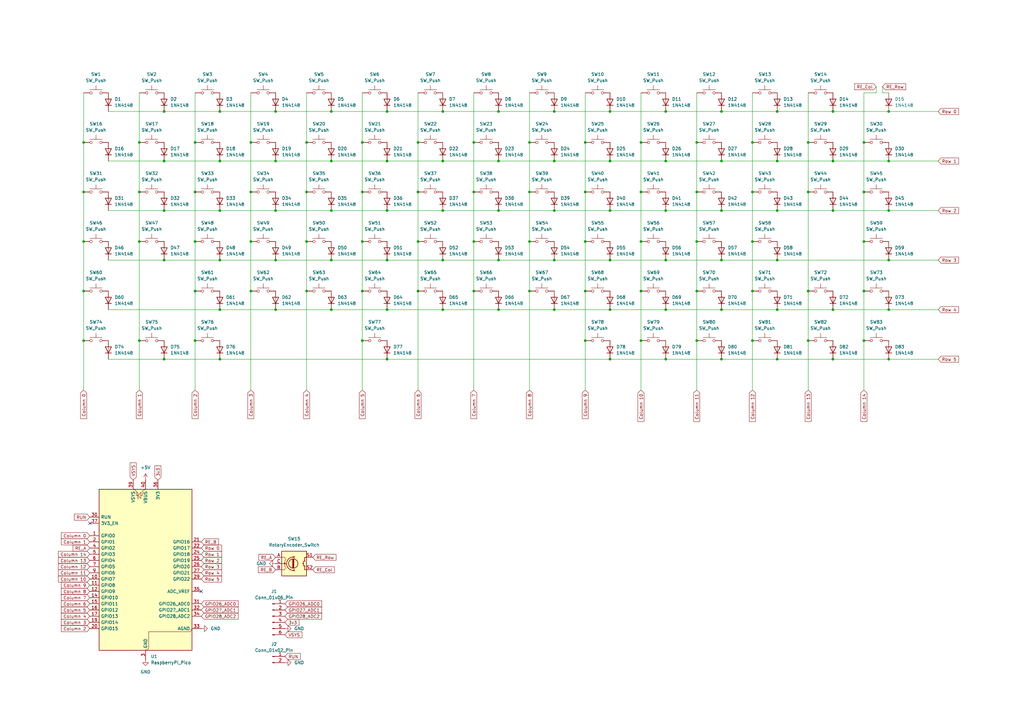
<source format=kicad_sch>
(kicad_sch (version 20250114) (generator "eeschema") (generator_version "9.0")
  (paper "A3")
  (title_block (title "Annova X75") (company "Arnav Kumar"))
  (junction (at 354.33 119.38))
  (junction (at 364.49 45.72))
  (junction (at 148.59 119.38))
  (junction (at 341.63 147.32))
  (junction (at 204.47 66.04))
  (junction (at 158.75 127))
  (junction (at 217.17 119.38))
  (junction (at 295.91 86.36))
  (junction (at 262.89 58.42))
  (junction (at 194.31 78.74))
  (junction (at 204.47 106.68))
  (junction (at 364.49 147.32))
  (junction (at 135.89 86.36))
  (junction (at 158.75 147.32))
  (junction (at 273.05 86.36))
  (junction (at 285.75 139.7))
  (junction (at 285.75 99.06))
  (junction (at 204.47 86.36))
  (junction (at 364.49 127))
  (junction (at 341.63 127))
  (junction (at 57.15 78.74))
  (junction (at 171.45 119.38))
  (junction (at 273.05 66.04))
  (junction (at 181.61 66.04))
  (junction (at 341.63 45.72))
  (junction (at 240.03 119.38))
  (junction (at 34.29 99.06))
  (junction (at 354.33 58.42))
  (junction (at 240.03 78.74))
  (junction (at 34.29 58.42))
  (junction (at 341.63 66.04))
  (junction (at 67.31 106.68))
  (junction (at 318.77 127))
  (junction (at 341.63 86.36))
  (junction (at 262.89 78.74))
  (junction (at 135.89 127))
  (junction (at 308.61 58.42))
  (junction (at 102.87 99.06))
  (junction (at 285.75 58.42))
  (junction (at 113.03 127))
  (junction (at 217.17 58.42))
  (junction (at 148.59 139.7))
  (junction (at 240.03 99.06))
  (junction (at 308.61 119.38))
  (junction (at 227.33 66.04))
  (junction (at 171.45 99.06))
  (junction (at 262.89 139.7))
  (junction (at 102.87 78.74))
  (junction (at 194.31 58.42))
  (junction (at 354.33 99.06))
  (junction (at 250.19 127))
  (junction (at 67.31 147.32))
  (junction (at 181.61 127))
  (junction (at 318.77 147.32))
  (junction (at 194.31 119.38))
  (junction (at 90.17 86.36))
  (junction (at 135.89 106.68))
  (junction (at 67.31 86.36))
  (junction (at 217.17 99.06))
  (junction (at 34.29 78.74))
  (junction (at 90.17 45.72))
  (junction (at 148.59 99.06))
  (junction (at 80.01 119.38))
  (junction (at 67.31 66.04))
  (junction (at 80.01 99.06))
  (junction (at 204.47 45.72))
  (junction (at 285.75 78.74))
  (junction (at 250.19 45.72))
  (junction (at 227.33 86.36))
  (junction (at 90.17 106.68))
  (junction (at 194.31 99.06))
  (junction (at 227.33 127))
  (junction (at 318.77 106.68))
  (junction (at 204.47 127))
  (junction (at 34.29 119.38))
  (junction (at 102.87 58.42))
  (junction (at 158.75 106.68))
  (junction (at 273.05 106.68))
  (junction (at 262.89 99.06))
  (junction (at 331.47 58.42))
  (junction (at 331.47 139.7))
  (junction (at 354.33 139.7))
  (junction (at 295.91 147.32))
  (junction (at 90.17 127))
  (junction (at 181.61 86.36))
  (junction (at 285.75 119.38))
  (junction (at 273.05 147.32))
  (junction (at 135.89 66.04))
  (junction (at 125.73 99.06))
  (junction (at 318.77 86.36))
  (junction (at 308.61 78.74))
  (junction (at 250.19 106.68))
  (junction (at 102.87 119.38))
  (junction (at 181.61 45.72))
  (junction (at 113.03 86.36))
  (junction (at 135.89 45.72))
  (junction (at 57.15 139.7))
  (junction (at 364.49 106.68))
  (junction (at 67.31 45.72))
  (junction (at 181.61 106.68))
  (junction (at 57.15 99.06))
  (junction (at 125.73 58.42))
  (junction (at 113.03 45.72))
  (junction (at 227.33 45.72))
  (junction (at 158.75 86.36))
  (junction (at 273.05 127))
  (junction (at 113.03 106.68))
  (junction (at 308.61 139.7))
  (junction (at 240.03 58.42))
  (junction (at 250.19 147.32))
  (junction (at 57.15 58.42))
  (junction (at 148.59 58.42))
  (junction (at 308.61 99.06))
  (junction (at 364.49 86.36))
  (junction (at 295.91 106.68))
  (junction (at 80.01 78.74))
  (junction (at 331.47 119.38))
  (junction (at 125.73 78.74))
  (junction (at 295.91 66.04))
  (junction (at 90.17 147.32))
  (junction (at 148.59 78.74))
  (junction (at 34.29 139.7))
  (junction (at 240.03 139.7))
  (junction (at 262.89 119.38))
  (junction (at 227.33 106.68))
  (junction (at 80.01 139.7))
  (junction (at 250.19 86.36))
  (junction (at 217.17 78.74))
  (junction (at 80.01 58.42))
  (junction (at 364.49 66.04))
  (junction (at 250.19 66.04))
  (junction (at 158.75 45.72))
  (junction (at 295.91 127))
  (junction (at 318.77 45.72))
  (junction (at 171.45 78.74))
  (junction (at 354.33 78.74))
  (junction (at 318.77 66.04))
  (junction (at 171.45 58.42))
  (junction (at 273.05 45.72))
  (junction (at 90.17 66.04))
  (junction (at 295.91 45.72))
  (junction (at 158.75 66.04))
  (junction (at 331.47 78.74))
  (junction (at 113.03 66.04))
  (junction (at 125.73 119.38))
  (no_connect (at 36.83 214.63))
  (no_connect (at 82.55 242.57))
  (wire (pts (xy 331.47 78.74) (xy 331.47 119.38)))
  (wire (pts (xy 148.59 99.06) (xy 148.59 119.38)))
  (wire (pts (xy 113.03 127) (xy 135.89 127)))
  (wire (pts (xy 240.03 99.06) (xy 240.03 119.38)))
  (wire (pts (xy 148.59 78.74) (xy 148.59 99.06)))
  (wire (pts (xy 217.17 58.42) (xy 217.17 78.74)))
  (wire (pts (xy 80.01 58.42) (xy 80.01 78.74)))
  (wire (pts (xy 308.61 119.38) (xy 308.61 139.7)))
  (wire (pts (xy 240.03 139.7) (xy 240.03 160.02)))
  (wire (pts (xy 227.33 45.72) (xy 250.19 45.72)))
  (wire (pts (xy 44.45 86.36) (xy 67.31 86.36)))
  (wire (pts (xy 273.05 45.72) (xy 295.91 45.72)))
  (wire (pts (xy 285.75 58.42) (xy 285.75 78.74)))
  (wire (pts (xy 318.77 66.04) (xy 341.63 66.04)))
  (wire (pts (xy 171.45 99.06) (xy 171.45 119.38)))
  (wire (pts (xy 148.59 139.7) (xy 148.59 160.02)))
  (wire (pts (xy 171.45 119.38) (xy 171.45 160.02)))
  (wire (pts (xy 359.41 35.56) (xy 359.41 38.1)))
  (wire (pts (xy 158.75 45.72) (xy 181.61 45.72)))
  (wire (pts (xy 194.31 38.1) (xy 194.31 58.42)))
  (wire (pts (xy 158.75 86.36) (xy 181.61 86.36)))
  (wire (pts (xy 67.31 147.32) (xy 90.17 147.32)))
  (wire (pts (xy 148.59 58.42) (xy 148.59 78.74)))
  (wire (pts (xy 262.89 58.42) (xy 262.89 78.74)))
  (wire (pts (xy 250.19 127) (xy 273.05 127)))
  (wire (pts (xy 285.75 119.38) (xy 285.75 139.7)))
  (wire (pts (xy 240.03 58.42) (xy 240.03 78.74)))
  (wire (pts (xy 90.17 127) (xy 113.03 127)))
  (wire (pts (xy 44.45 147.32) (xy 67.31 147.32)))
  (wire (pts (xy 354.33 99.06) (xy 354.33 119.38)))
  (wire (pts (xy 331.47 58.42) (xy 331.47 78.74)))
  (wire (pts (xy 125.73 119.38) (xy 125.73 160.02)))
  (wire (pts (xy 262.89 99.06) (xy 262.89 119.38)))
  (wire (pts (xy 204.47 86.36) (xy 227.33 86.36)))
  (wire (pts (xy 341.63 66.04) (xy 364.49 66.04)))
  (wire (pts (xy 204.47 45.72) (xy 227.33 45.72)))
  (wire (pts (xy 57.15 58.42) (xy 57.15 78.74)))
  (wire (pts (xy 34.29 139.7) (xy 34.29 160.02)))
  (wire (pts (xy 341.63 147.32) (xy 364.49 147.32)))
  (wire (pts (xy 331.47 119.38) (xy 331.47 139.7)))
  (wire (pts (xy 90.17 106.68) (xy 113.03 106.68)))
  (wire (pts (xy 341.63 45.72) (xy 364.49 45.72)))
  (wire (pts (xy 318.77 106.68) (xy 364.49 106.68)))
  (wire (pts (xy 217.17 119.38) (xy 217.17 160.02)))
  (wire (pts (xy 227.33 106.68) (xy 250.19 106.68)))
  (wire (pts (xy 102.87 58.42) (xy 102.87 78.74)))
  (wire (pts (xy 295.91 86.36) (xy 318.77 86.36)))
  (wire (pts (xy 171.45 38.1) (xy 171.45 58.42)))
  (wire (pts (xy 240.03 78.74) (xy 240.03 99.06)))
  (wire (pts (xy 250.19 147.32) (xy 273.05 147.32)))
  (wire (pts (xy 318.77 147.32) (xy 341.63 147.32)))
  (wire (pts (xy 308.61 139.7) (xy 308.61 160.02)))
  (wire (pts (xy 194.31 78.74) (xy 194.31 99.06)))
  (wire (pts (xy 34.29 58.42) (xy 34.29 78.74)))
  (wire (pts (xy 364.49 127) (xy 384.81 127)))
  (wire (pts (xy 273.05 86.36) (xy 295.91 86.36)))
  (wire (pts (xy 273.05 127) (xy 295.91 127)))
  (wire (pts (xy 295.91 127) (xy 318.77 127)))
  (wire (pts (xy 90.17 147.32) (xy 158.75 147.32)))
  (wire (pts (xy 171.45 78.74) (xy 171.45 99.06)))
  (wire (pts (xy 308.61 99.06) (xy 308.61 119.38)))
  (wire (pts (xy 227.33 86.36) (xy 250.19 86.36)))
  (wire (pts (xy 125.73 78.74) (xy 125.73 99.06)))
  (wire (pts (xy 361.95 38.1) (xy 364.49 38.1)))
  (wire (pts (xy 250.19 45.72) (xy 273.05 45.72)))
  (wire (pts (xy 34.29 99.06) (xy 34.29 119.38)))
  (wire (pts (xy 273.05 147.32) (xy 295.91 147.32)))
  (wire (pts (xy 250.19 106.68) (xy 273.05 106.68)))
  (wire (pts (xy 308.61 78.74) (xy 308.61 99.06)))
  (wire (pts (xy 318.77 127) (xy 341.63 127)))
  (wire (pts (xy 217.17 78.74) (xy 217.17 99.06)))
  (wire (pts (xy 80.01 119.38) (xy 80.01 139.7)))
  (wire (pts (xy 113.03 45.72) (xy 135.89 45.72)))
  (wire (pts (xy 318.77 86.36) (xy 341.63 86.36)))
  (wire (pts (xy 227.33 66.04) (xy 250.19 66.04)))
  (wire (pts (xy 194.31 58.42) (xy 194.31 78.74)))
  (wire (pts (xy 364.49 106.68) (xy 384.81 106.68)))
  (wire (pts (xy 364.49 147.32) (xy 384.81 147.32)))
  (wire (pts (xy 285.75 99.06) (xy 285.75 119.38)))
  (wire (pts (xy 273.05 66.04) (xy 295.91 66.04)))
  (wire (pts (xy 113.03 66.04) (xy 135.89 66.04)))
  (wire (pts (xy 57.15 99.06) (xy 57.15 139.7)))
  (wire (pts (xy 181.61 66.04) (xy 204.47 66.04)))
  (wire (pts (xy 273.05 106.68) (xy 295.91 106.68)))
  (wire (pts (xy 102.87 119.38) (xy 102.87 160.02)))
  (wire (pts (xy 331.47 139.7) (xy 331.47 160.02)))
  (wire (pts (xy 227.33 127) (xy 250.19 127)))
  (wire (pts (xy 158.75 127) (xy 181.61 127)))
  (wire (pts (xy 262.89 119.38) (xy 262.89 139.7)))
  (wire (pts (xy 90.17 86.36) (xy 113.03 86.36)))
  (wire (pts (xy 354.33 119.38) (xy 354.33 139.7)))
  (wire (pts (xy 364.49 66.04) (xy 384.81 66.04)))
  (wire (pts (xy 204.47 127) (xy 227.33 127)))
  (wire (pts (xy 354.33 78.74) (xy 354.33 99.06)))
  (wire (pts (xy 67.31 106.68) (xy 90.17 106.68)))
  (wire (pts (xy 102.87 78.74) (xy 102.87 99.06)))
  (wire (pts (xy 250.19 86.36) (xy 273.05 86.36)))
  (wire (pts (xy 295.91 106.68) (xy 318.77 106.68)))
  (wire (pts (xy 217.17 99.06) (xy 217.17 119.38)))
  (wire (pts (xy 102.87 99.06) (xy 102.87 119.38)))
  (wire (pts (xy 295.91 45.72) (xy 318.77 45.72)))
  (wire (pts (xy 194.31 99.06) (xy 194.31 119.38)))
  (wire (pts (xy 113.03 86.36) (xy 135.89 86.36)))
  (wire (pts (xy 318.77 45.72) (xy 341.63 45.72)))
  (wire (pts (xy 359.41 38.1) (xy 354.33 38.1)))
  (wire (pts (xy 181.61 45.72) (xy 204.47 45.72)))
  (wire (pts (xy 80.01 99.06) (xy 80.01 119.38)))
  (wire (pts (xy 125.73 99.06) (xy 125.73 119.38)))
  (wire (pts (xy 364.49 86.36) (xy 384.81 86.36)))
  (wire (pts (xy 148.59 38.1) (xy 148.59 58.42)))
  (wire (pts (xy 341.63 127) (xy 364.49 127)))
  (wire (pts (xy 295.91 147.32) (xy 318.77 147.32)))
  (wire (pts (xy 295.91 66.04) (xy 318.77 66.04)))
  (wire (pts (xy 148.59 119.38) (xy 148.59 139.7)))
  (wire (pts (xy 240.03 38.1) (xy 240.03 58.42)))
  (wire (pts (xy 158.75 147.32) (xy 250.19 147.32)))
  (wire (pts (xy 67.31 45.72) (xy 90.17 45.72)))
  (wire (pts (xy 67.31 66.04) (xy 90.17 66.04)))
  (wire (pts (xy 57.15 139.7) (xy 57.15 160.02)))
  (wire (pts (xy 44.45 66.04) (xy 67.31 66.04)))
  (wire (pts (xy 364.49 45.72) (xy 384.81 45.72)))
  (wire (pts (xy 194.31 119.38) (xy 194.31 160.02)))
  (wire (pts (xy 158.75 66.04) (xy 181.61 66.04)))
  (wire (pts (xy 262.89 38.1) (xy 262.89 58.42)))
  (wire (pts (xy 158.75 106.68) (xy 181.61 106.68)))
  (wire (pts (xy 204.47 106.68) (xy 227.33 106.68)))
  (wire (pts (xy 171.45 58.42) (xy 171.45 78.74)))
  (wire (pts (xy 44.45 45.72) (xy 67.31 45.72)))
  (wire (pts (xy 102.87 38.1) (xy 102.87 58.42)))
  (wire (pts (xy 331.47 38.1) (xy 331.47 58.42)))
  (wire (pts (xy 181.61 106.68) (xy 204.47 106.68)))
  (wire (pts (xy 80.01 139.7) (xy 80.01 160.02)))
  (wire (pts (xy 354.33 38.1) (xy 354.33 58.42)))
  (wire (pts (xy 57.15 38.1) (xy 57.15 58.42)))
  (wire (pts (xy 262.89 139.7) (xy 262.89 160.02)))
  (wire (pts (xy 135.89 86.36) (xy 158.75 86.36)))
  (wire (pts (xy 90.17 45.72) (xy 113.03 45.72)))
  (wire (pts (xy 125.73 58.42) (xy 125.73 78.74)))
  (wire (pts (xy 308.61 38.1) (xy 308.61 58.42)))
  (wire (pts (xy 240.03 119.38) (xy 240.03 139.7)))
  (wire (pts (xy 44.45 127) (xy 90.17 127)))
  (wire (pts (xy 57.15 78.74) (xy 57.15 99.06)))
  (wire (pts (xy 285.75 38.1) (xy 285.75 58.42)))
  (wire (pts (xy 361.95 35.56) (xy 361.95 38.1)))
  (wire (pts (xy 341.63 86.36) (xy 364.49 86.36)))
  (wire (pts (xy 308.61 58.42) (xy 308.61 78.74)))
  (wire (pts (xy 285.75 139.7) (xy 285.75 160.02)))
  (wire (pts (xy 34.29 119.38) (xy 34.29 139.7)))
  (wire (pts (xy 354.33 139.7) (xy 354.33 160.02)))
  (wire (pts (xy 113.03 106.68) (xy 135.89 106.68)))
  (wire (pts (xy 262.89 78.74) (xy 262.89 99.06)))
  (wire (pts (xy 135.89 66.04) (xy 158.75 66.04)))
  (wire (pts (xy 250.19 66.04) (xy 273.05 66.04)))
  (wire (pts (xy 181.61 86.36) (xy 204.47 86.36)))
  (wire (pts (xy 125.73 38.1) (xy 125.73 58.42)))
  (wire (pts (xy 80.01 38.1) (xy 80.01 58.42)))
  (wire (pts (xy 285.75 78.74) (xy 285.75 99.06)))
  (wire (pts (xy 44.45 106.68) (xy 67.31 106.68)))
  (wire (pts (xy 135.89 45.72) (xy 158.75 45.72)))
  (wire (pts (xy 34.29 78.74) (xy 34.29 99.06)))
  (wire (pts (xy 204.47 66.04) (xy 227.33 66.04)))
  (wire (pts (xy 34.29 38.1) (xy 34.29 58.42)))
  (wire (pts (xy 80.01 78.74) (xy 80.01 99.06)))
  (wire (pts (xy 354.33 58.42) (xy 354.33 78.74)))
  (wire (pts (xy 181.61 127) (xy 204.47 127)))
  (wire (pts (xy 67.31 86.36) (xy 90.17 86.36)))
  (wire (pts (xy 90.17 66.04) (xy 113.03 66.04)))
  (wire (pts (xy 135.89 127) (xy 158.75 127)))
  (wire (pts (xy 217.17 38.1) (xy 217.17 58.42)))
  (wire (pts (xy 135.89 106.68) (xy 158.75 106.68)))
  (global_label "GPIO28_ADC2" (shape input) (at 116.84 252.73 0) (property "Intersheetrefs" "${INTERSHEET_REFS}" (effects (hide yes))))
  (global_label "Row 4" (shape input) (at 82.55 234.95 0) (property "Intersheetrefs" "${INTERSHEET_REFS}" (effects (hide yes))))
  (global_label "RE_Row" (shape input) (at 128.27 228.6 0) (property "Intersheetrefs" "${INTERSHEET_REFS}" (effects (hide yes))))
  (global_label "Row 2" (shape input) (at 384.81 86.36 0) (property "Intersheetrefs" "${INTERSHEET_REFS}" (effects (hide yes))))
  (global_label "Column 6" (shape input) (at 36.83 247.65 180) (property "Intersheetrefs" "${INTERSHEET_REFS}" (effects (hide yes))))
  (global_label "Row 4" (shape input) (at 384.81 127 0) (property "Intersheetrefs" "${INTERSHEET_REFS}" (effects (hide yes))))
  (global_label "GPIO28_ADC2" (shape input) (at 82.55 252.73 0) (property "Intersheetrefs" "${INTERSHEET_REFS}" (effects (hide yes))))
  (global_label "RE_Col" (shape input) (at 128.27 233.68 0) (property "Intersheetrefs" "${INTERSHEET_REFS}" (effects (hide yes))))
  (global_label "GPIO26_ADC0" (shape input) (at 82.55 247.65 0) (property "Intersheetrefs" "${INTERSHEET_REFS}" (effects (hide yes))))
  (global_label "3v3" (shape input) (at 116.84 255.27 0) (property "Intersheetrefs" "${INTERSHEET_REFS}" (effects (hide yes))))
  (global_label "Column 5" (shape input) (at 36.83 250.19 180) (property "Intersheetrefs" "${INTERSHEET_REFS}" (effects (hide yes))))
  (global_label "Column 9" (shape input) (at 240.03 160.02 270) (property "Intersheetrefs" "${INTERSHEET_REFS}" (effects (hide yes))))
  (global_label "Column 7" (shape input) (at 36.83 245.11 180) (property "Intersheetrefs" "${INTERSHEET_REFS}" (effects (hide yes))))
  (global_label "RE_A" (shape input) (at 36.83 224.79 180) (property "Intersheetrefs" "${INTERSHEET_REFS}" (effects (hide yes))))
  (global_label "Column 9" (shape input) (at 36.83 240.03 180) (property "Intersheetrefs" "${INTERSHEET_REFS}" (effects (hide yes))))
  (global_label "Row 0" (shape input) (at 384.81 45.72 0) (property "Intersheetrefs" "${INTERSHEET_REFS}" (effects (hide yes))))
  (global_label "Column 1" (shape input) (at 36.83 222.25 180) (property "Intersheetrefs" "${INTERSHEET_REFS}" (effects (hide yes))))
  (global_label "Column 8" (shape input) (at 36.83 242.57 180) (property "Intersheetrefs" "${INTERSHEET_REFS}" (effects (hide yes))))
  (global_label "Column 12" (shape input) (at 36.83 232.41 180) (property "Intersheetrefs" "${INTERSHEET_REFS}" (effects (hide yes))))
  (global_label "Column 2" (shape input) (at 36.83 257.81 180) (property "Intersheetrefs" "${INTERSHEET_REFS}" (effects (hide yes))))
  (global_label "3v3" (shape input) (at 64.77 196.85 90) (property "Intersheetrefs" "${INTERSHEET_REFS}" (effects (hide yes))))
  (global_label "RUN" (shape input) (at 36.83 212.09 180) (property "Intersheetrefs" "${INTERSHEET_REFS}" (effects (hide yes))))
  (global_label "RUN" (shape input) (at 116.84 269.24 0) (property "Intersheetrefs" "${INTERSHEET_REFS}" (effects (hide yes))))
  (global_label "Column 1" (shape input) (at 57.15 160.02 270) (property "Intersheetrefs" "${INTERSHEET_REFS}" (effects (hide yes))))
  (global_label "GPIO27_ADC1" (shape input) (at 116.84 250.19 0) (property "Intersheetrefs" "${INTERSHEET_REFS}" (effects (hide yes))))
  (global_label "Column 11" (shape input) (at 285.75 160.02 270) (property "Intersheetrefs" "${INTERSHEET_REFS}" (effects (hide yes))))
  (global_label "Column 4" (shape input) (at 36.83 252.73 180) (property "Intersheetrefs" "${INTERSHEET_REFS}" (effects (hide yes))))
  (global_label "Row 5" (shape input) (at 384.81 147.32 0) (property "Intersheetrefs" "${INTERSHEET_REFS}" (effects (hide yes))))
  (global_label "Row 1" (shape input) (at 384.81 66.04 0) (property "Intersheetrefs" "${INTERSHEET_REFS}" (effects (hide yes))))
  (global_label "Column 11" (shape input) (at 36.83 234.95 180) (property "Intersheetrefs" "${INTERSHEET_REFS}" (effects (hide yes))))
  (global_label "GPIO26_ADC0" (shape input) (at 116.84 247.65 0) (property "Intersheetrefs" "${INTERSHEET_REFS}" (effects (hide yes))))
  (global_label "Column 14" (shape input) (at 36.83 227.33 180) (property "Intersheetrefs" "${INTERSHEET_REFS}" (effects (hide yes))))
  (global_label "RE_Row" (shape input) (at 361.95 35.56 0) (property "Intersheetrefs" "${INTERSHEET_REFS}" (effects (hide yes))))
  (global_label "Column 13" (shape input) (at 331.47 160.02 270) (property "Intersheetrefs" "${INTERSHEET_REFS}" (effects (hide yes))))
  (global_label "Column 4" (shape input) (at 125.73 160.02 270) (property "Intersheetrefs" "${INTERSHEET_REFS}" (effects (hide yes))))
  (global_label "Column 13" (shape input) (at 36.83 229.87 180) (property "Intersheetrefs" "${INTERSHEET_REFS}" (effects (hide yes))))
  (global_label "Column 5" (shape input) (at 148.59 160.02 270) (property "Intersheetrefs" "${INTERSHEET_REFS}" (effects (hide yes))))
  (global_label "VSYS" (shape input) (at 116.84 260.35 0) (property "Intersheetrefs" "${INTERSHEET_REFS}" (effects (hide yes))))
  (global_label "VSYS" (shape input) (at 54.61 196.85 90) (property "Intersheetrefs" "${INTERSHEET_REFS}" (effects (hide yes))))
  (global_label "Column 10" (shape input) (at 262.89 160.02 270) (property "Intersheetrefs" "${INTERSHEET_REFS}" (effects (hide yes))))
  (global_label "Row 3" (shape input) (at 82.55 232.41 0) (property "Intersheetrefs" "${INTERSHEET_REFS}" (effects (hide yes))))
  (global_label "Column 3" (shape input) (at 36.83 255.27 180) (property "Intersheetrefs" "${INTERSHEET_REFS}" (effects (hide yes))))
  (global_label "GPIO27_ADC1" (shape input) (at 82.55 250.19 0) (property "Intersheetrefs" "${INTERSHEET_REFS}" (effects (hide yes))))
  (global_label "Column 8" (shape input) (at 217.17 160.02 270) (property "Intersheetrefs" "${INTERSHEET_REFS}" (effects (hide yes))))
  (global_label "RE_Col" (shape input) (at 359.41 35.56 180) (property "Intersheetrefs" "${INTERSHEET_REFS}" (effects (hide yes))))
  (global_label "Row 1" (shape input) (at 82.55 227.33 0) (property "Intersheetrefs" "${INTERSHEET_REFS}" (effects (hide yes))))
  (global_label "Row 0" (shape input) (at 82.55 224.79 0) (property "Intersheetrefs" "${INTERSHEET_REFS}" (effects (hide yes))))
  (global_label "RE_B" (shape input) (at 113.03 233.68 180) (property "Intersheetrefs" "${INTERSHEET_REFS}" (effects (hide yes))))
  (global_label "RE_A" (shape input) (at 113.03 228.6 180) (property "Intersheetrefs" "${INTERSHEET_REFS}" (effects (hide yes))))
  (global_label "Column 7" (shape input) (at 194.31 160.02 270) (property "Intersheetrefs" "${INTERSHEET_REFS}" (effects (hide yes))))
  (global_label "Column 0" (shape input) (at 36.83 219.71 180) (property "Intersheetrefs" "${INTERSHEET_REFS}" (effects (hide yes))))
  (global_label "RE_B" (shape input) (at 82.55 222.25 0) (property "Intersheetrefs" "${INTERSHEET_REFS}" (effects (hide yes))))
  (global_label "Column 12" (shape input) (at 308.61 160.02 270) (property "Intersheetrefs" "${INTERSHEET_REFS}" (effects (hide yes))))
  (global_label "Column 14" (shape input) (at 354.33 160.02 270) (property "Intersheetrefs" "${INTERSHEET_REFS}" (effects (hide yes))))
  (global_label "Column 0" (shape input) (at 34.29 160.02 270) (property "Intersheetrefs" "${INTERSHEET_REFS}" (effects (hide yes))))
  (global_label "Row 5" (shape input) (at 82.55 237.49 0) (property "Intersheetrefs" "${INTERSHEET_REFS}" (effects (hide yes))))
  (global_label "Column 10" (shape input) (at 36.83 237.49 180) (property "Intersheetrefs" "${INTERSHEET_REFS}" (effects (hide yes))))
  (global_label "Column 3" (shape input) (at 102.87 160.02 270) (property "Intersheetrefs" "${INTERSHEET_REFS}" (effects (hide yes))))
  (global_label "Row 3" (shape input) (at 384.81 106.68 0) (property "Intersheetrefs" "${INTERSHEET_REFS}" (effects (hide yes))))
  (global_label "Column 2" (shape input) (at 80.01 160.02 270) (property "Intersheetrefs" "${INTERSHEET_REFS}" (effects (hide yes))))
  (global_label "Column 6" (shape input) (at 171.45 160.02 270) (property "Intersheetrefs" "${INTERSHEET_REFS}" (effects (hide yes))))
  (global_label "Row 2" (shape input) (at 82.55 229.87 0) (property "Intersheetrefs" "${INTERSHEET_REFS}" (effects (hide yes))))
  (symbol (lib_id "Switch:SW_Push") (at 62.23 139.7 0) (unit 1)
    (property "Reference" "SW75" (at 62.23 132.08 0))
    (property "Value" "SW_Push" (at 62.23 134.62 0))
    (property "Footprint" "Switch_MX_Hotswap:SW_Hotswap_Kailh_MX_Plated_1.25u_With_Switch" (effects (hide yes)))
    (property "Description" "Push button switch, generic, two pins" (effects (hide yes)))
  )
  (symbol (lib_id "Diode:1N4148") (at 318.77 123.19 90) (unit 1)
    (property "Reference" "D71" (at 321.31 121.9199 90) (effects (justify right)))
    (property "Value" "1N4148" (at 321.31 124.4599 90) (effects (justify right)))
    (property "Footprint" "Diode_THT:D_DO-35_SOD27_P7.62mm_Horizontal" (effects (hide yes)))
    (property "Datasheet" "https://assets.nexperia.com/documents/data-sheet/1N4148_1N4448.pdf" (effects (hide yes)))
    (property "Description" "100V 0.15A standard switching diode, DO-35" (effects (hide yes)))
    (property "Sim.Device" "D" (effects (hide yes)))
    (property "Sim.Pins" "1=K 2=A" (effects (hide yes)))
  )
  (symbol (lib_id "Diode:1N4148") (at 67.31 82.55 90) (unit 1)
    (property "Reference" "D32" (at 69.85 81.2799 90) (effects (justify right)))
    (property "Value" "1N4148" (at 69.85 83.8199 90) (effects (justify right)))
    (property "Footprint" "Diode_THT:D_DO-35_SOD27_P7.62mm_Horizontal" (effects (hide yes)))
    (property "Datasheet" "https://assets.nexperia.com/documents/data-sheet/1N4148_1N4448.pdf" (effects (hide yes)))
    (property "Description" "100V 0.15A standard switching diode, DO-35" (effects (hide yes)))
    (property "Sim.Device" "D" (effects (hide yes)))
    (property "Sim.Pins" "1=K 2=A" (effects (hide yes)))
  )
  (symbol (lib_id "Diode:1N4148") (at 158.75 143.51 90) (unit 1)
    (property "Reference" "D77" (at 161.29 142.2399 90) (effects (justify right)))
    (property "Value" "1N4148" (at 161.29 144.7799 90) (effects (justify right)))
    (property "Footprint" "Diode_THT:D_DO-35_SOD27_P7.62mm_Horizontal" (effects (hide yes)))
    (property "Datasheet" "https://assets.nexperia.com/documents/data-sheet/1N4148_1N4448.pdf" (effects (hide yes)))
    (property "Description" "100V 0.15A standard switching diode, DO-35" (effects (hide yes)))
    (property "Sim.Device" "D" (effects (hide yes)))
    (property "Sim.Pins" "1=K 2=A" (effects (hide yes)))
  )
  (symbol (lib_id "Switch:SW_Push") (at 336.55 38.1 0) (unit 1)
    (property "Reference" "SW14" (at 336.55 30.48 0))
    (property "Value" "SW_Push" (at 336.55 33.02 0))
    (property "Footprint" "Switch_MX_Hotswap:SW_Hotswap_Kailh_MX_Plated_1.00u_With_Switch" (effects (hide yes)))
    (property "Description" "Push button switch, generic, two pins" (effects (hide yes)))
  )
  (symbol (lib_id "Diode:1N4148") (at 181.61 102.87 90) (unit 1)
    (property "Reference" "D52" (at 184.15 101.5999 90) (effects (justify right)))
    (property "Value" "1N4148" (at 184.15 104.1399 90) (effects (justify right)))
    (property "Footprint" "Diode_THT:D_DO-35_SOD27_P7.62mm_Horizontal" (effects (hide yes)))
    (property "Datasheet" "https://assets.nexperia.com/documents/data-sheet/1N4148_1N4448.pdf" (effects (hide yes)))
    (property "Description" "100V 0.15A standard switching diode, DO-35" (effects (hide yes)))
    (property "Sim.Device" "D" (effects (hide yes)))
    (property "Sim.Pins" "1=K 2=A" (effects (hide yes)))
  )
  (symbol (lib_id "Switch:SW_Push") (at 199.39 38.1 0) (unit 1)
    (property "Reference" "SW8" (at 199.39 30.48 0))
    (property "Value" "SW_Push" (at 199.39 33.02 0))
    (property "Footprint" "Switch_MX_Hotswap:SW_Hotswap_Kailh_MX_Plated_1.00u_With_Switch" (effects (hide yes)))
    (property "Description" "Push button switch, generic, two pins" (effects (hide yes)))
  )
  (symbol (lib_id "Diode:1N4148") (at 295.91 102.87 90) (unit 1)
    (property "Reference" "D57" (at 298.45 101.5999 90) (effects (justify right)))
    (property "Value" "1N4148" (at 298.45 104.1399 90) (effects (justify right)))
    (property "Footprint" "Diode_THT:D_DO-35_SOD27_P7.62mm_Horizontal" (effects (hide yes)))
    (property "Datasheet" "https://assets.nexperia.com/documents/data-sheet/1N4148_1N4448.pdf" (effects (hide yes)))
    (property "Description" "100V 0.15A standard switching diode, DO-35" (effects (hide yes)))
    (property "Sim.Device" "D" (effects (hide yes)))
    (property "Sim.Pins" "1=K 2=A" (effects (hide yes)))
  )
  (symbol (lib_id "Switch:SW_Push") (at 85.09 119.38 0) (unit 1)
    (property "Reference" "SW61" (at 85.09 111.76 0))
    (property "Value" "SW_Push" (at 85.09 114.3 0))
    (property "Footprint" "Switch_MX_Hotswap:SW_Hotswap_Kailh_MX_Plated_1.00u_With_Switch" (effects (hide yes)))
    (property "Description" "Push button switch, generic, two pins" (effects (hide yes)))
  )
  (symbol (lib_id "power:GND") (at 116.84 257.81 90) (unit 1)
    (property "Reference" "#PWR015" (effects (hide yes)))
    (property "Value" "GND" (at 120.65 257.8101 90) (effects (justify right)))
    (property "Description" "Power symbol creates a global label with name \"GND\" , ground" (effects (hide yes)))
  )
  (symbol (lib_id "Diode:1N4148") (at 250.19 41.91 90) (unit 1)
    (property "Reference" "D10" (at 252.73 40.6399 90) (effects (justify right)))
    (property "Value" "1N4148" (at 252.73 43.1799 90) (effects (justify right)))
    (property "Footprint" "Diode_THT:D_DO-35_SOD27_P7.62mm_Horizontal" (effects (hide yes)))
    (property "Datasheet" "https://assets.nexperia.com/documents/data-sheet/1N4148_1N4448.pdf" (effects (hide yes)))
    (property "Description" "100V 0.15A standard switching diode, DO-35" (effects (hide yes)))
    (property "Sim.Device" "D" (effects (hide yes)))
    (property "Sim.Pins" "1=K 2=A" (effects (hide yes)))
  )
  (symbol (lib_id "Switch:SW_Push") (at 62.23 78.74 0) (unit 1)
    (property "Reference" "SW32" (at 62.23 71.12 0))
    (property "Value" "SW_Push" (at 62.23 73.66 0))
    (property "Footprint" "Switch_MX_Hotswap:SW_Hotswap_Kailh_MX_Plated_1.00u_With_Switch" (effects (hide yes)))
    (property "Description" "Push button switch, generic, two pins" (effects (hide yes)))
  )
  (symbol (lib_id "Switch:SW_Push") (at 85.09 78.74 0) (unit 1)
    (property "Reference" "SW33" (at 85.09 71.12 0))
    (property "Value" "SW_Push" (at 85.09 73.66 0))
    (property "Footprint" "Switch_MX_Hotswap:SW_Hotswap_Kailh_MX_Plated_1.00u_With_Switch" (effects (hide yes)))
    (property "Description" "Push button switch, generic, two pins" (effects (hide yes)))
  )
  (symbol (lib_id "Diode:1N4148") (at 90.17 102.87 90) (unit 1)
    (property "Reference" "D48" (at 92.71 101.5999 90) (effects (justify right)))
    (property "Value" "1N4148" (at 92.71 104.1399 90) (effects (justify right)))
    (property "Footprint" "Diode_THT:D_DO-35_SOD27_P7.62mm_Horizontal" (effects (hide yes)))
    (property "Datasheet" "https://assets.nexperia.com/documents/data-sheet/1N4148_1N4448.pdf" (effects (hide yes)))
    (property "Description" "100V 0.15A standard switching diode, DO-35" (effects (hide yes)))
    (property "Sim.Device" "D" (effects (hide yes)))
    (property "Sim.Pins" "1=K 2=A" (effects (hide yes)))
  )
  (symbol (lib_id "Switch:SW_Push") (at 267.97 58.42 0) (unit 1)
    (property "Reference" "SW26" (at 267.97 50.8 0))
    (property "Value" "SW_Push" (at 267.97 53.34 0))
    (property "Footprint" "Switch_MX_Hotswap:SW_Hotswap_Kailh_MX_Plated_1.00u_With_Switch" (effects (hide yes)))
    (property "Description" "Push button switch, generic, two pins" (effects (hide yes)))
  )
  (symbol (lib_id "Diode:1N4148") (at 227.33 62.23 90) (unit 1)
    (property "Reference" "D24" (at 229.87 60.9599 90) (effects (justify right)))
    (property "Value" "1N4148" (at 229.87 63.4999 90) (effects (justify right)))
    (property "Footprint" "Diode_THT:D_DO-35_SOD27_P7.62mm_Horizontal" (effects (hide yes)))
    (property "Datasheet" "https://assets.nexperia.com/documents/data-sheet/1N4148_1N4448.pdf" (effects (hide yes)))
    (property "Description" "100V 0.15A standard switching diode, DO-35" (effects (hide yes)))
    (property "Sim.Device" "D" (effects (hide yes)))
    (property "Sim.Pins" "1=K 2=A" (effects (hide yes)))
  )
  (symbol (lib_id "Connector:Conn_01x06_Pin") (at 111.76 252.73 0) (unit 1)
    (property "Reference" "J1" (at 112.395 242.57 0))
    (property "Value" "Conn_01x06_Pin" (at 112.395 245.11 0))
    (property "Footprint" "Connector_PinHeader_2.54mm:PinHeader_1x06_P2.54mm_Vertical" (effects (hide yes)))
    (property "Description" "Generic connector, single row, 01x06, script generated" (effects (hide yes)))
  )
  (symbol (lib_id "Switch:SW_Push") (at 336.55 119.38 0) (unit 1)
    (property "Reference" "SW72" (at 336.55 111.76 0))
    (property "Value" "SW_Push" (at 336.55 114.3 0))
    (property "Footprint" "Switch_MX_Hotswap:SW_Hotswap_Kailh_MX_Plated_1.00u_With_Switch" (effects (hide yes)))
    (property "Description" "Push button switch, generic, two pins" (effects (hide yes)))
  )
  (symbol (lib_id "Switch:SW_Push") (at 85.09 99.06 0) (unit 1)
    (property "Reference" "SW48" (at 85.09 91.44 0))
    (property "Value" "SW_Push" (at 85.09 93.98 0))
    (property "Footprint" "Switch_MX_Hotswap:SW_Hotswap_Kailh_MX_Plated_1.00u_With_Switch" (effects (hide yes)))
    (property "Description" "Push button switch, generic, two pins" (effects (hide yes)))
  )
  (symbol (lib_id "Switch:SW_Push") (at 153.67 139.7 0) (unit 1)
    (property "Reference" "SW77" (at 153.67 132.08 0))
    (property "Value" "SW_Push" (at 153.67 134.62 0))
    (property "Footprint" "Switch_MX_Hotswap:SW_Hotswap_Kailh_MX_Plated_6.25u_With_Switch" (effects (hide yes)))
    (property "Description" "Push button switch, generic, two pins" (effects (hide yes)))
  )
  (symbol (lib_id "Diode:1N4148") (at 181.61 62.23 90) (unit 1)
    (property "Reference" "D22" (at 184.15 60.9599 90) (effects (justify right)))
    (property "Value" "1N4148" (at 184.15 63.4999 90) (effects (justify right)))
    (property "Footprint" "Diode_THT:D_DO-35_SOD27_P7.62mm_Horizontal" (effects (hide yes)))
    (property "Datasheet" "https://assets.nexperia.com/documents/data-sheet/1N4148_1N4448.pdf" (effects (hide yes)))
    (property "Description" "100V 0.15A standard switching diode, DO-35" (effects (hide yes)))
    (property "Sim.Device" "D" (effects (hide yes)))
    (property "Sim.Pins" "1=K 2=A" (effects (hide yes)))
  )
  (symbol (lib_id "Switch:SW_Push") (at 39.37 38.1 0) (unit 1)
    (property "Reference" "SW1" (at 39.37 30.48 0))
    (property "Value" "SW_Push" (at 39.37 33.02 0))
    (property "Footprint" "Switch_MX_Hotswap:SW_Hotswap_Kailh_MX_Plated_1.00u_With_Switch" (effects (hide yes)))
    (property "Description" "Push button switch, generic, two pins" (effects (hide yes)))
  )
  (symbol (lib_id "Diode:1N4148") (at 181.61 41.91 90) (unit 1)
    (property "Reference" "D7" (at 184.15 40.6399 90) (effects (justify right)))
    (property "Value" "1N4148" (at 184.15 43.1799 90) (effects (justify right)))
    (property "Footprint" "Diode_THT:D_DO-35_SOD27_P7.62mm_Horizontal" (effects (hide yes)))
    (property "Datasheet" "https://assets.nexperia.com/documents/data-sheet/1N4148_1N4448.pdf" (effects (hide yes)))
    (property "Description" "100V 0.15A standard switching diode, DO-35" (effects (hide yes)))
    (property "Sim.Device" "D" (effects (hide yes)))
    (property "Sim.Pins" "1=K 2=A" (effects (hide yes)))
  )
  (symbol (lib_id "Switch:SW_Push") (at 176.53 99.06 0) (unit 1)
    (property "Reference" "SW52" (at 176.53 91.44 0))
    (property "Value" "SW_Push" (at 176.53 93.98 0))
    (property "Footprint" "Switch_MX_Hotswap:SW_Hotswap_Kailh_MX_Plated_1.00u_With_Switch" (effects (hide yes)))
    (property "Description" "Push button switch, generic, two pins" (effects (hide yes)))
  )
  (symbol (lib_id "Switch:SW_Push") (at 130.81 119.38 0) (unit 1)
    (property "Reference" "SW63" (at 130.81 111.76 0))
    (property "Value" "SW_Push" (at 130.81 114.3 0))
    (property "Footprint" "Switch_MX_Hotswap:SW_Hotswap_Kailh_MX_Plated_1.00u_With_Switch" (effects (hide yes)))
    (property "Description" "Push button switch, generic, two pins" (effects (hide yes)))
  )
  (symbol (lib_id "Switch:SW_Push") (at 85.09 58.42 0) (unit 1)
    (property "Reference" "SW18" (at 85.09 50.8 0))
    (property "Value" "SW_Push" (at 85.09 53.34 0))
    (property "Footprint" "Switch_MX_Hotswap:SW_Hotswap_Kailh_MX_Plated_1.00u_With_Switch" (effects (hide yes)))
    (property "Description" "Push button switch, generic, two pins" (effects (hide yes)))
  )
  (symbol (lib_id "Switch:SW_Push") (at 222.25 78.74 0) (unit 1)
    (property "Reference" "SW39" (at 222.25 71.12 0))
    (property "Value" "SW_Push" (at 222.25 73.66 0))
    (property "Footprint" "Switch_MX_Hotswap:SW_Hotswap_Kailh_MX_Plated_1.00u_With_Switch" (effects (hide yes)))
    (property "Description" "Push button switch, generic, two pins" (effects (hide yes)))
  )
  (symbol (lib_id "Switch:SW_Push") (at 153.67 119.38 0) (unit 1)
    (property "Reference" "SW64" (at 153.67 111.76 0))
    (property "Value" "SW_Push" (at 153.67 114.3 0))
    (property "Footprint" "Switch_MX_Hotswap:SW_Hotswap_Kailh_MX_Plated_1.00u_With_Switch" (effects (hide yes)))
    (property "Description" "Push button switch, generic, two pins" (effects (hide yes)))
  )
  (symbol (lib_id "Diode:1N4148") (at 113.03 82.55 90) (unit 1)
    (property "Reference" "D34" (at 115.57 81.2799 90) (effects (justify right)))
    (property "Value" "1N4148" (at 115.57 83.8199 90) (effects (justify right)))
    (property "Footprint" "Diode_THT:D_DO-35_SOD27_P7.62mm_Horizontal" (effects (hide yes)))
    (property "Datasheet" "https://assets.nexperia.com/documents/data-sheet/1N4148_1N4448.pdf" (effects (hide yes)))
    (property "Description" "100V 0.15A standard switching diode, DO-35" (effects (hide yes)))
    (property "Sim.Device" "D" (effects (hide yes)))
    (property "Sim.Pins" "1=K 2=A" (effects (hide yes)))
  )
  (symbol (lib_id "Switch:SW_Push") (at 85.09 139.7 0) (unit 1)
    (property "Reference" "SW76" (at 85.09 132.08 0))
    (property "Value" "SW_Push" (at 85.09 134.62 0))
    (property "Footprint" "Switch_MX_Hotswap:SW_Hotswap_Kailh_MX_Plated_1.25u_With_Switch" (effects (hide yes)))
    (property "Description" "Push button switch, generic, two pins" (effects (hide yes)))
  )
  (symbol (lib_id "Switch:SW_Push") (at 336.55 78.74 0) (unit 1)
    (property "Reference" "SW44" (at 336.55 71.12 0))
    (property "Value" "SW_Push" (at 336.55 73.66 0))
    (property "Footprint" "Switch_MX_Hotswap:SW_Hotswap_Kailh_MX_Plated_1.50u_With_Switch" (effects (hide yes)))
    (property "Description" "Push button switch, generic, two pins" (effects (hide yes)))
  )
  (symbol (lib_id "Switch:SW_Push") (at 62.23 58.42 0) (unit 1)
    (property "Reference" "SW17" (at 62.23 50.8 0))
    (property "Value" "SW_Push" (at 62.23 53.34 0))
    (property "Footprint" "Switch_MX_Hotswap:SW_Hotswap_Kailh_MX_Plated_1.00u_With_Switch" (effects (hide yes)))
    (property "Description" "Push button switch, generic, two pins" (effects (hide yes)))
  )
  (symbol (lib_id "Switch:SW_Push") (at 313.69 119.38 0) (unit 1)
    (property "Reference" "SW71" (at 313.69 111.76 0))
    (property "Value" "SW_Push" (at 313.69 114.3 0))
    (property "Footprint" "Switch_MX_Hotswap:SW_Hotswap_Kailh_MX_Plated_1.75u_With_Switch" (effects (hide yes)))
    (property "Description" "Push button switch, generic, two pins" (effects (hide yes)))
  )
  (symbol (lib_id "Diode:1N4148") (at 364.49 143.51 90) (unit 1)
    (property "Reference" "D83" (at 367.03 142.2399 90) (effects (justify right)))
    (property "Value" "1N4148" (at 367.03 144.7799 90) (effects (justify right)))
    (property "Footprint" "Diode_THT:D_DO-35_SOD27_P7.62mm_Horizontal" (effects (hide yes)))
    (property "Datasheet" "https://assets.nexperia.com/documents/data-sheet/1N4148_1N4448.pdf" (effects (hide yes)))
    (property "Description" "100V 0.15A standard switching diode, DO-35" (effects (hide yes)))
    (property "Sim.Device" "D" (effects (hide yes)))
    (property "Sim.Pins" "1=K 2=A" (effects (hide yes)))
  )
  (symbol (lib_id "Switch:SW_Push") (at 267.97 78.74 0) (unit 1)
    (property "Reference" "SW41" (at 267.97 71.12 0))
    (property "Value" "SW_Push" (at 267.97 73.66 0))
    (property "Footprint" "Switch_MX_Hotswap:SW_Hotswap_Kailh_MX_Plated_1.00u_With_Switch" (effects (hide yes)))
    (property "Description" "Push button switch, generic, two pins" (effects (hide yes)))
  )
  (symbol (lib_id "Diode:1N4148") (at 273.05 123.19 90) (unit 1)
    (property "Reference" "D69" (at 275.59 121.9199 90) (effects (justify right)))
    (property "Value" "1N4148" (at 275.59 124.4599 90) (effects (justify right)))
    (property "Footprint" "Diode_THT:D_DO-35_SOD27_P7.62mm_Horizontal" (effects (hide yes)))
    (property "Datasheet" "https://assets.nexperia.com/documents/data-sheet/1N4148_1N4448.pdf" (effects (hide yes)))
    (property "Description" "100V 0.15A standard switching diode, DO-35" (effects (hide yes)))
    (property "Sim.Device" "D" (effects (hide yes)))
    (property "Sim.Pins" "1=K 2=A" (effects (hide yes)))
  )
  (symbol (lib_id "Diode:1N4148") (at 227.33 102.87 90) (unit 1)
    (property "Reference" "D54" (at 229.87 101.5999 90) (effects (justify right)))
    (property "Value" "1N4148" (at 229.87 104.1399 90) (effects (justify right)))
    (property "Footprint" "Diode_THT:D_DO-35_SOD27_P7.62mm_Horizontal" (effects (hide yes)))
    (property "Datasheet" "https://assets.nexperia.com/documents/data-sheet/1N4148_1N4448.pdf" (effects (hide yes)))
    (property "Description" "100V 0.15A standard switching diode, DO-35" (effects (hide yes)))
    (property "Sim.Device" "D" (effects (hide yes)))
    (property "Sim.Pins" "1=K 2=A" (effects (hide yes)))
  )
  (symbol (lib_id "Switch:SW_Push") (at 130.81 58.42 0) (unit 1)
    (property "Reference" "SW20" (at 130.81 50.8 0))
    (property "Value" "SW_Push" (at 130.81 53.34 0))
    (property "Footprint" "Switch_MX_Hotswap:SW_Hotswap_Kailh_MX_Plated_1.00u_With_Switch" (effects (hide yes)))
    (property "Description" "Push button switch, generic, two pins" (effects (hide yes)))
  )
  (symbol (lib_id "Diode:1N4148") (at 90.17 62.23 90) (unit 1)
    (property "Reference" "D18" (at 92.71 60.9599 90) (effects (justify right)))
    (property "Value" "1N4148" (at 92.71 63.4999 90) (effects (justify right)))
    (property "Footprint" "Diode_THT:D_DO-35_SOD27_P7.62mm_Horizontal" (effects (hide yes)))
    (property "Datasheet" "https://assets.nexperia.com/documents/data-sheet/1N4148_1N4448.pdf" (effects (hide yes)))
    (property "Description" "100V 0.15A standard switching diode, DO-35" (effects (hide yes)))
    (property "Sim.Device" "D" (effects (hide yes)))
    (property "Sim.Pins" "1=K 2=A" (effects (hide yes)))
  )
  (symbol (lib_id "Switch:SW_Push") (at 199.39 58.42 0) (unit 1)
    (property "Reference" "SW23" (at 199.39 50.8 0))
    (property "Value" "SW_Push" (at 199.39 53.34 0))
    (property "Footprint" "Switch_MX_Hotswap:SW_Hotswap_Kailh_MX_Plated_1.00u_With_Switch" (effects (hide yes)))
    (property "Description" "Push button switch, generic, two pins" (effects (hide yes)))
  )
  (symbol (lib_id "Switch:SW_Push") (at 359.41 58.42 0) (unit 1)
    (property "Reference" "SW30" (at 359.41 50.8 0))
    (property "Value" "SW_Push" (at 359.41 53.34 0))
    (property "Footprint" "Switch_MX_Hotswap:SW_Hotswap_Kailh_MX_Plated_1.00u_With_Switch" (effects (hide yes)))
    (property "Description" "Push button switch, generic, two pins" (effects (hide yes)))
  )
  (symbol (lib_id "Switch:SW_Push") (at 176.53 78.74 0) (unit 1)
    (property "Reference" "SW37" (at 176.53 71.12 0))
    (property "Value" "SW_Push" (at 176.53 73.66 0))
    (property "Footprint" "Switch_MX_Hotswap:SW_Hotswap_Kailh_MX_Plated_1.00u_With_Switch" (effects (hide yes)))
    (property "Description" "Push button switch, generic, two pins" (effects (hide yes)))
  )
  (symbol (lib_id "power:GND") (at 82.55 257.81 90) (unit 1)
    (property "Reference" "#PWR014" (effects (hide yes)))
    (property "Value" "GND" (at 86.36 257.8099 90) (effects (justify right)))
    (property "Description" "Power symbol creates a global label with name \"GND\" , ground" (effects (hide yes)))
  )
  (symbol (lib_id "Diode:1N4148") (at 158.75 62.23 90) (unit 1)
    (property "Reference" "D21" (at 161.29 60.9599 90) (effects (justify right)))
    (property "Value" "1N4148" (at 161.29 63.4999 90) (effects (justify right)))
    (property "Footprint" "Diode_THT:D_DO-35_SOD27_P7.62mm_Horizontal" (effects (hide yes)))
    (property "Datasheet" "https://assets.nexperia.com/documents/data-sheet/1N4148_1N4448.pdf" (effects (hide yes)))
    (property "Description" "100V 0.15A standard switching diode, DO-35" (effects (hide yes)))
    (property "Sim.Device" "D" (effects (hide yes)))
    (property "Sim.Pins" "1=K 2=A" (effects (hide yes)))
  )
  (symbol (lib_id "Diode:1N4148") (at 44.45 102.87 90) (unit 1)
    (property "Reference" "D46" (at 46.99 101.5999 90) (effects (justify right)))
    (property "Value" "1N4148" (at 46.99 104.1399 90) (effects (justify right)))
    (property "Footprint" "Diode_THT:D_DO-35_SOD27_P7.62mm_Horizontal" (effects (hide yes)))
    (property "Datasheet" "https://assets.nexperia.com/documents/data-sheet/1N4148_1N4448.pdf" (effects (hide yes)))
    (property "Description" "100V 0.15A standard switching diode, DO-35" (effects (hide yes)))
    (property "Sim.Device" "D" (effects (hide yes)))
    (property "Sim.Pins" "1=K 2=A" (effects (hide yes)))
  )
  (symbol (lib_id "Diode:1N4148") (at 67.31 41.91 90) (unit 1)
    (property "Reference" "D2" (at 69.85 40.6399 90) (effects (justify right)))
    (property "Value" "1N4148" (at 69.85 43.1799 90) (effects (justify right)))
    (property "Footprint" "Diode_THT:D_DO-35_SOD27_P7.62mm_Horizontal" (effects (hide yes)))
    (property "Datasheet" "https://assets.nexperia.com/documents/data-sheet/1N4148_1N4448.pdf" (effects (hide yes)))
    (property "Description" "100V 0.15A standard switching diode, DO-35" (effects (hide yes)))
    (property "Sim.Device" "D" (effects (hide yes)))
    (property "Sim.Pins" "1=K 2=A" (effects (hide yes)))
  )
  (symbol (lib_id "Switch:SW_Push") (at 267.97 139.7 0) (unit 1)
    (property "Reference" "SW79" (at 267.97 132.08 0))
    (property "Value" "SW_Push" (at 267.97 134.62 0))
    (property "Footprint" "Switch_MX_Hotswap:SW_Hotswap_Kailh_MX_Plated_1.00u_With_Switch" (effects (hide yes)))
    (property "Description" "Push button switch, generic, two pins" (effects (hide yes)))
  )
  (symbol (lib_id "Switch:SW_Push") (at 267.97 99.06 0) (unit 1)
    (property "Reference" "SW56" (at 267.97 91.44 0))
    (property "Value" "SW_Push" (at 267.97 93.98 0))
    (property "Footprint" "Switch_MX_Hotswap:SW_Hotswap_Kailh_MX_Plated_1.00u_With_Switch" (effects (hide yes)))
    (property "Description" "Push button switch, generic, two pins" (effects (hide yes)))
  )
  (symbol (lib_id "Diode:1N4148") (at 113.03 62.23 90) (unit 1)
    (property "Reference" "D19" (at 115.57 60.9599 90) (effects (justify right)))
    (property "Value" "1N4148" (at 115.57 63.4999 90) (effects (justify right)))
    (property "Footprint" "Diode_THT:D_DO-35_SOD27_P7.62mm_Horizontal" (effects (hide yes)))
    (property "Datasheet" "https://assets.nexperia.com/documents/data-sheet/1N4148_1N4448.pdf" (effects (hide yes)))
    (property "Description" "100V 0.15A standard switching diode, DO-35" (effects (hide yes)))
    (property "Sim.Device" "D" (effects (hide yes)))
    (property "Sim.Pins" "1=K 2=A" (effects (hide yes)))
  )
  (symbol (lib_id "Diode:1N4148") (at 364.49 123.19 90) (unit 1)
    (property "Reference" "D73" (at 367.03 121.9199 90) (effects (justify right)))
    (property "Value" "1N4148" (at 367.03 124.4599 90) (effects (justify right)))
    (property "Footprint" "Diode_THT:D_DO-35_SOD27_P7.62mm_Horizontal" (effects (hide yes)))
    (property "Datasheet" "https://assets.nexperia.com/documents/data-sheet/1N4148_1N4448.pdf" (effects (hide yes)))
    (property "Description" "100V 0.15A standard switching diode, DO-35" (effects (hide yes)))
    (property "Sim.Device" "D" (effects (hide yes)))
    (property "Sim.Pins" "1=K 2=A" (effects (hide yes)))
  )
  (symbol (lib_id "Switch:SW_Push") (at 222.25 38.1 0) (unit 1)
    (property "Reference" "SW9" (at 222.25 30.48 0))
    (property "Value" "SW_Push" (at 222.25 33.02 0))
    (property "Footprint" "Switch_MX_Hotswap:SW_Hotswap_Kailh_MX_Plated_1.00u_With_Switch" (effects (hide yes)))
    (property "Description" "Push button switch, generic, two pins" (effects (hide yes)))
  )
  (symbol (lib_id "Switch:SW_Push") (at 130.81 99.06 0) (unit 1)
    (property "Reference" "SW50" (at 130.81 91.44 0))
    (property "Value" "SW_Push" (at 130.81 93.98 0))
    (property "Footprint" "Switch_MX_Hotswap:SW_Hotswap_Kailh_MX_Plated_1.00u_With_Switch" (effects (hide yes)))
    (property "Description" "Push button switch, generic, two pins" (effects (hide yes)))
  )
  (symbol (lib_id "Diode:1N4148") (at 181.61 82.55 90) (unit 1)
    (property "Reference" "D37" (at 184.15 81.2799 90) (effects (justify right)))
    (property "Value" "1N4148" (at 184.15 83.8199 90) (effects (justify right)))
    (property "Footprint" "Diode_THT:D_DO-35_SOD27_P7.62mm_Horizontal" (effects (hide yes)))
    (property "Datasheet" "https://assets.nexperia.com/documents/data-sheet/1N4148_1N4448.pdf" (effects (hide yes)))
    (property "Description" "100V 0.15A standard switching diode, DO-35" (effects (hide yes)))
    (property "Sim.Device" "D" (effects (hide yes)))
    (property "Sim.Pins" "1=K 2=A" (effects (hide yes)))
  )
  (symbol (lib_id "Diode:1N4148") (at 135.89 41.91 90) (unit 1)
    (property "Reference" "D5" (at 138.43 40.6399 90) (effects (justify right)))
    (property "Value" "1N4148" (at 138.43 43.1799 90) (effects (justify right)))
    (property "Footprint" "Diode_THT:D_DO-35_SOD27_P7.62mm_Horizontal" (effects (hide yes)))
    (property "Datasheet" "https://assets.nexperia.com/documents/data-sheet/1N4148_1N4448.pdf" (effects (hide yes)))
    (property "Description" "100V 0.15A standard switching diode, DO-35" (effects (hide yes)))
    (property "Sim.Device" "D" (effects (hide yes)))
    (property "Sim.Pins" "1=K 2=A" (effects (hide yes)))
  )
  (symbol (lib_id "Diode:1N4148") (at 318.77 82.55 90) (unit 1)
    (property "Reference" "D43" (at 321.31 81.2799 90) (effects (justify right)))
    (property "Value" "1N4148" (at 321.31 83.8199 90) (effects (justify right)))
    (property "Footprint" "Diode_THT:D_DO-35_SOD27_P7.62mm_Horizontal" (effects (hide yes)))
    (property "Datasheet" "https://assets.nexperia.com/documents/data-sheet/1N4148_1N4448.pdf" (effects (hide yes)))
    (property "Description" "100V 0.15A standard switching diode, DO-35" (effects (hide yes)))
    (property "Sim.Device" "D" (effects (hide yes)))
    (property "Sim.Pins" "1=K 2=A" (effects (hide yes)))
  )
  (symbol (lib_id "Switch:SW_Push") (at 130.81 38.1 0) (unit 1)
    (property "Reference" "SW5" (at 130.81 30.48 0))
    (property "Value" "SW_Push" (at 130.81 33.02 0))
    (property "Footprint" "Switch_MX_Hotswap:SW_Hotswap_Kailh_MX_Plated_1.00u_With_Switch" (effects (hide yes)))
    (property "Description" "Push button switch, generic, two pins" (effects (hide yes)))
  )
  (symbol (lib_id "Diode:1N4148") (at 250.19 143.51 90) (unit 1)
    (property "Reference" "D78" (at 252.73 142.2399 90) (effects (justify right)))
    (property "Value" "1N4148" (at 252.73 144.7799 90) (effects (justify right)))
    (property "Footprint" "Diode_THT:D_DO-35_SOD27_P7.62mm_Horizontal" (effects (hide yes)))
    (property "Datasheet" "https://assets.nexperia.com/documents/data-sheet/1N4148_1N4448.pdf" (effects (hide yes)))
    (property "Description" "100V 0.15A standard switching diode, DO-35" (effects (hide yes)))
    (property "Sim.Device" "D" (effects (hide yes)))
    (property "Sim.Pins" "1=K 2=A" (effects (hide yes)))
  )
  (symbol (lib_id "Switch:SW_Push") (at 245.11 38.1 0) (unit 1)
    (property "Reference" "SW10" (at 245.11 30.48 0))
    (property "Value" "SW_Push" (at 245.11 33.02 0))
    (property "Footprint" "Switch_MX_Hotswap:SW_Hotswap_Kailh_MX_Plated_1.00u_With_Switch" (effects (hide yes)))
    (property "Description" "Push button switch, generic, two pins" (effects (hide yes)))
  )
  (symbol (lib_id "Switch:SW_Push") (at 313.69 78.74 0) (unit 1)
    (property "Reference" "SW43" (at 313.69 71.12 0))
    (property "Value" "SW_Push" (at 313.69 73.66 0))
    (property "Footprint" "Switch_MX_Hotswap:SW_Hotswap_Kailh_MX_Plated_1.00u_With_Switch" (effects (hide yes)))
    (property "Description" "Push button switch, generic, two pins" (effects (hide yes)))
  )
  (symbol (lib_id "Diode:1N4148") (at 44.45 82.55 90) (unit 1)
    (property "Reference" "D31" (at 46.99 81.2799 90) (effects (justify right)))
    (property "Value" "1N4148" (at 46.99 83.8199 90) (effects (justify right)))
    (property "Footprint" "Diode_THT:D_DO-35_SOD27_P7.62mm_Horizontal" (effects (hide yes)))
    (property "Datasheet" "https://assets.nexperia.com/documents/data-sheet/1N4148_1N4448.pdf" (effects (hide yes)))
    (property "Description" "100V 0.15A standard switching diode, DO-35" (effects (hide yes)))
    (property "Sim.Device" "D" (effects (hide yes)))
    (property "Sim.Pins" "1=K 2=A" (effects (hide yes)))
  )
  (symbol (lib_id "Diode:1N4148") (at 204.47 123.19 90) (unit 1)
    (property "Reference" "D66" (at 207.01 121.9199 90) (effects (justify right)))
    (property "Value" "1N4148" (at 207.01 124.4599 90) (effects (justify right)))
    (property "Footprint" "Diode_THT:D_DO-35_SOD27_P7.62mm_Horizontal" (effects (hide yes)))
    (property "Datasheet" "https://assets.nexperia.com/documents/data-sheet/1N4148_1N4448.pdf" (effects (hide yes)))
    (property "Description" "100V 0.15A standard switching diode, DO-35" (effects (hide yes)))
    (property "Sim.Device" "D" (effects (hide yes)))
    (property "Sim.Pins" "1=K 2=A" (effects (hide yes)))
  )
  (symbol (lib_id "Switch:SW_Push") (at 130.81 78.74 0) (unit 1)
    (property "Reference" "SW35" (at 130.81 71.12 0))
    (property "Value" "SW_Push" (at 130.81 73.66 0))
    (property "Footprint" "Switch_MX_Hotswap:SW_Hotswap_Kailh_MX_Plated_1.00u_With_Switch" (effects (hide yes)))
    (property "Description" "Push button switch, generic, two pins" (effects (hide yes)))
  )
  (symbol (lib_id "Switch:SW_Push") (at 290.83 139.7 0) (unit 1)
    (property "Reference" "SW80" (at 290.83 132.08 0))
    (property "Value" "SW_Push" (at 290.83 134.62 0))
    (property "Footprint" "Switch_MX_Hotswap:SW_Hotswap_Kailh_MX_Plated_1.00u_With_Switch" (effects (hide yes)))
    (property "Description" "Push button switch, generic, two pins" (effects (hide yes)))
  )
  (symbol (lib_id "Switch:SW_Push") (at 222.25 58.42 0) (unit 1)
    (property "Reference" "SW24" (at 222.25 50.8 0))
    (property "Value" "SW_Push" (at 222.25 53.34 0))
    (property "Footprint" "Switch_MX_Hotswap:SW_Hotswap_Kailh_MX_Plated_1.00u_With_Switch" (effects (hide yes)))
    (property "Description" "Push button switch, generic, two pins" (effects (hide yes)))
  )
  (symbol (lib_id "Switch:SW_Push") (at 267.97 119.38 0) (unit 1)
    (property "Reference" "SW69" (at 267.97 111.76 0))
    (property "Value" "SW_Push" (at 267.97 114.3 0))
    (property "Footprint" "Switch_MX_Hotswap:SW_Hotswap_Kailh_MX_Plated_1.00u_With_Switch" (effects (hide yes)))
    (property "Description" "Push button switch, generic, two pins" (effects (hide yes)))
  )
  (symbol (lib_id "Switch:SW_Push") (at 359.41 119.38 0) (unit 1)
    (property "Reference" "SW73" (at 359.41 111.76 0))
    (property "Value" "SW_Push" (at 359.41 114.3 0))
    (property "Footprint" "Switch_MX_Hotswap:SW_Hotswap_Kailh_MX_Plated_1.00u_With_Switch" (effects (hide yes)))
    (property "Description" "Push button switch, generic, two pins" (effects (hide yes)))
  )
  (symbol (lib_id "Switch:SW_Push") (at 290.83 38.1 0) (unit 1)
    (property "Reference" "SW12" (at 290.83 30.48 0))
    (property "Value" "SW_Push" (at 290.83 33.02 0))
    (property "Footprint" "Switch_MX_Hotswap:SW_Hotswap_Kailh_MX_Plated_1.00u_With_Switch" (effects (hide yes)))
    (property "Description" "Push button switch, generic, two pins" (effects (hide yes)))
  )
  (symbol (lib_id "Diode:1N4148") (at 341.63 123.19 90) (unit 1)
    (property "Reference" "D72" (at 344.17 121.9199 90) (effects (justify right)))
    (property "Value" "1N4148" (at 344.17 124.4599 90) (effects (justify right)))
    (property "Footprint" "Diode_THT:D_DO-35_SOD27_P7.62mm_Horizontal" (effects (hide yes)))
    (property "Datasheet" "https://assets.nexperia.com/documents/data-sheet/1N4148_1N4448.pdf" (effects (hide yes)))
    (property "Description" "100V 0.15A standard switching diode, DO-35" (effects (hide yes)))
    (property "Sim.Device" "D" (effects (hide yes)))
    (property "Sim.Pins" "1=K 2=A" (effects (hide yes)))
  )
  (symbol (lib_id "Switch:SW_Push") (at 153.67 58.42 0) (unit 1)
    (property "Reference" "SW21" (at 153.67 50.8 0))
    (property "Value" "SW_Push" (at 153.67 53.34 0))
    (property "Footprint" "Switch_MX_Hotswap:SW_Hotswap_Kailh_MX_Plated_1.00u_With_Switch" (effects (hide yes)))
    (property "Description" "Push button switch, generic, two pins" (effects (hide yes)))
  )
  (symbol (lib_id "Diode:1N4148") (at 44.45 123.19 90) (unit 1)
    (property "Reference" "D60" (at 46.99 121.9199 90) (effects (justify right)))
    (property "Value" "1N4148" (at 46.99 124.4599 90) (effects (justify right)))
    (property "Footprint" "Diode_THT:D_DO-35_SOD27_P7.62mm_Horizontal" (effects (hide yes)))
    (property "Datasheet" "https://assets.nexperia.com/documents/data-sheet/1N4148_1N4448.pdf" (effects (hide yes)))
    (property "Description" "100V 0.15A standard switching diode, DO-35" (effects (hide yes)))
    (property "Sim.Device" "D" (effects (hide yes)))
    (property "Sim.Pins" "1=K 2=A" (effects (hide yes)))
  )
  (symbol (lib_id "power:+5V") (at 59.69 196.85 0) (unit 1)
    (property "Reference" "#PWR012" (effects (hide yes)))
    (property "Value" "+5V" (at 59.69 191.77 0))
    (property "Description" "Power symbol creates a global label with name \"+5V\"" (effects (hide yes)))
  )
  (symbol (lib_id "Diode:1N4148") (at 113.03 102.87 90) (unit 1)
    (property "Reference" "D49" (at 115.57 101.5999 90) (effects (justify right)))
    (property "Value" "1N4148" (at 115.57 104.1399 90) (effects (justify right)))
    (property "Footprint" "Diode_THT:D_DO-35_SOD27_P7.62mm_Horizontal" (effects (hide yes)))
    (property "Datasheet" "https://assets.nexperia.com/documents/data-sheet/1N4148_1N4448.pdf" (effects (hide yes)))
    (property "Description" "100V 0.15A standard switching diode, DO-35" (effects (hide yes)))
    (property "Sim.Device" "D" (effects (hide yes)))
    (property "Sim.Pins" "1=K 2=A" (effects (hide yes)))
  )
  (symbol (lib_id "Diode:1N4148") (at 158.75 102.87 90) (unit 1)
    (property "Reference" "D51" (at 161.29 101.5999 90) (effects (justify right)))
    (property "Value" "1N4148" (at 161.29 104.1399 90) (effects (justify right)))
    (property "Footprint" "Diode_THT:D_DO-35_SOD27_P7.62mm_Horizontal" (effects (hide yes)))
    (property "Datasheet" "https://assets.nexperia.com/documents/data-sheet/1N4148_1N4448.pdf" (effects (hide yes)))
    (property "Description" "100V 0.15A standard switching diode, DO-35" (effects (hide yes)))
    (property "Sim.Device" "D" (effects (hide yes)))
    (property "Sim.Pins" "1=K 2=A" (effects (hide yes)))
  )
  (symbol (lib_id "Diode:1N4148") (at 67.31 102.87 90) (unit 1)
    (property "Reference" "D47" (at 69.85 101.5999 90) (effects (justify right)))
    (property "Value" "1N4148" (at 69.85 104.1399 90) (effects (justify right)))
    (property "Footprint" "Diode_THT:D_DO-35_SOD27_P7.62mm_Horizontal" (effects (hide yes)))
    (property "Datasheet" "https://assets.nexperia.com/documents/data-sheet/1N4148_1N4448.pdf" (effects (hide yes)))
    (property "Description" "100V 0.15A standard switching diode, DO-35" (effects (hide yes)))
    (property "Sim.Device" "D" (effects (hide yes)))
    (property "Sim.Pins" "1=K 2=A" (effects (hide yes)))
  )
  (symbol (lib_id "Switch:SW_Push") (at 199.39 78.74 0) (unit 1)
    (property "Reference" "SW38" (at 199.39 71.12 0))
    (property "Value" "SW_Push" (at 199.39 73.66 0))
    (property "Footprint" "Switch_MX_Hotswap:SW_Hotswap_Kailh_MX_Plated_1.00u_With_Switch" (effects (hide yes)))
    (property "Description" "Push button switch, generic, two pins" (effects (hide yes)))
  )
  (symbol (lib_id "Switch:SW_Push") (at 39.37 78.74 0) (unit 1)
    (property "Reference" "SW31" (at 39.37 71.12 0))
    (property "Value" "SW_Push" (at 39.37 73.66 0))
    (property "Footprint" "Switch_MX_Hotswap:SW_Hotswap_Kailh_MX_Plated_1.50u_With_Switch" (effects (hide yes)))
    (property "Description" "Push button switch, generic, two pins" (effects (hide yes)))
  )
  (symbol (lib_id "power:GND") (at 59.69 270.51 0) (unit 1)
    (property "Reference" "#PWR013" (effects (hide yes)))
    (property "Value" "GND" (at 59.69 275.59 0))
    (property "Description" "Power symbol creates a global label with name \"GND\" , ground" (effects (hide yes)))
  )
  (symbol (lib_id "Diode:1N4148") (at 44.45 41.91 90) (unit 1)
    (property "Reference" "D1" (at 46.99 40.6399 90) (effects (justify right)))
    (property "Value" "1N4148" (at 46.99 43.1799 90) (effects (justify right)))
    (property "Footprint" "Diode_THT:D_DO-35_SOD27_P7.62mm_Horizontal" (effects (hide yes)))
    (property "Datasheet" "https://assets.nexperia.com/documents/data-sheet/1N4148_1N4448.pdf" (effects (hide yes)))
    (property "Description" "100V 0.15A standard switching diode, DO-35" (effects (hide yes)))
    (property "Sim.Device" "D" (effects (hide yes)))
    (property "Sim.Pins" "1=K 2=A" (effects (hide yes)))
  )
  (symbol (lib_id "Diode:1N4148") (at 135.89 82.55 90) (unit 1)
    (property "Reference" "D35" (at 138.43 81.2799 90) (effects (justify right)))
    (property "Value" "1N4148" (at 138.43 83.8199 90) (effects (justify right)))
    (property "Footprint" "Diode_THT:D_DO-35_SOD27_P7.62mm_Horizontal" (effects (hide yes)))
    (property "Datasheet" "https://assets.nexperia.com/documents/data-sheet/1N4148_1N4448.pdf" (effects (hide yes)))
    (property "Description" "100V 0.15A standard switching diode, DO-35" (effects (hide yes)))
    (property "Sim.Device" "D" (effects (hide yes)))
    (property "Sim.Pins" "1=K 2=A" (effects (hide yes)))
  )
  (symbol (lib_id "MCU_Module:RaspberryPi_Pico") (at 59.69 234.95 0) (unit 1)
    (property "Reference" "U1" (at 61.8333 269.24 0) (effects (justify left)))
    (property "Value" "RaspberryPi_Pico" (at 61.8333 271.78 0) (effects (justify left)))
    (property "Footprint" "Module:RaspberryPi_Pico_THT" (effects (hide yes)))
    (property "Datasheet" "https://datasheets.raspberrypi.com/pico/pico-datasheet.pdf" (effects (hide yes)))
    (property "Description" "Versatile and inexpensive microcontroller module powered by RP2040 dual-core Arm Cortex-M0+ processor up to 133 MHz, 264kB SRAM, 2MB QSPI flash; also supports Raspberry Pi Pico 2" (effects (hide yes)))
  )
  (symbol (lib_id "Diode:1N4148") (at 250.19 123.19 90) (unit 1)
    (property "Reference" "D68" (at 252.73 121.9199 90) (effects (justify right)))
    (property "Value" "1N4148" (at 252.73 124.4599 90) (effects (justify right)))
    (property "Footprint" "Diode_THT:D_DO-35_SOD27_P7.62mm_Horizontal" (effects (hide yes)))
    (property "Datasheet" "https://assets.nexperia.com/documents/data-sheet/1N4148_1N4448.pdf" (effects (hide yes)))
    (property "Description" "100V 0.15A standard switching diode, DO-35" (effects (hide yes)))
    (property "Sim.Device" "D" (effects (hide yes)))
    (property "Sim.Pins" "1=K 2=A" (effects (hide yes)))
  )
  (symbol (lib_id "Diode:1N4148") (at 158.75 82.55 90) (unit 1)
    (property "Reference" "D36" (at 161.29 81.2799 90) (effects (justify right)))
    (property "Value" "1N4148" (at 161.29 83.8199 90) (effects (justify right)))
    (property "Footprint" "Diode_THT:D_DO-35_SOD27_P7.62mm_Horizontal" (effects (hide yes)))
    (property "Datasheet" "https://assets.nexperia.com/documents/data-sheet/1N4148_1N4448.pdf" (effects (hide yes)))
    (property "Description" "100V 0.15A standard switching diode, DO-35" (effects (hide yes)))
    (property "Sim.Device" "D" (effects (hide yes)))
    (property "Sim.Pins" "1=K 2=A" (effects (hide yes)))
  )
  (symbol (lib_id "Switch:SW_Push") (at 39.37 119.38 0) (unit 1)
    (property "Reference" "SW60" (at 39.37 111.76 0))
    (property "Value" "SW_Push" (at 39.37 114.3 0))
    (property "Footprint" "Switch_MX_Hotswap:SW_Hotswap_Kailh_MX_Plated_2.25u_With_Switch" (effects (hide yes)))
    (property "Description" "Push button switch, generic, two pins" (effects (hide yes)))
  )
  (symbol (lib_id "Diode:1N4148") (at 90.17 41.91 90) (unit 1)
    (property "Reference" "D3" (at 92.71 40.6399 90) (effects (justify right)))
    (property "Value" "1N4148" (at 92.71 43.1799 90) (effects (justify right)))
    (property "Footprint" "Diode_THT:D_DO-35_SOD27_P7.62mm_Horizontal" (effects (hide yes)))
    (property "Datasheet" "https://assets.nexperia.com/documents/data-sheet/1N4148_1N4448.pdf" (effects (hide yes)))
    (property "Description" "100V 0.15A standard switching diode, DO-35" (effects (hide yes)))
    (property "Sim.Device" "D" (effects (hide yes)))
    (property "Sim.Pins" "1=K 2=A" (effects (hide yes)))
  )
  (symbol (lib_id "Switch:SW_Push") (at 222.25 119.38 0) (unit 1)
    (property "Reference" "SW67" (at 222.25 111.76 0))
    (property "Value" "SW_Push" (at 222.25 114.3 0))
    (property "Footprint" "Switch_MX_Hotswap:SW_Hotswap_Kailh_MX_Plated_1.00u_With_Switch" (effects (hide yes)))
    (property "Description" "Push button switch, generic, two pins" (effects (hide yes)))
  )
  (symbol (lib_id "Diode:1N4148") (at 273.05 143.51 90) (unit 1)
    (property "Reference" "D79" (at 275.59 142.2399 90) (effects (justify right)))
    (property "Value" "1N4148" (at 275.59 144.7799 90) (effects (justify right)))
    (property "Footprint" "Diode_THT:D_DO-35_SOD27_P7.62mm_Horizontal" (effects (hide yes)))
    (property "Datasheet" "https://assets.nexperia.com/documents/data-sheet/1N4148_1N4448.pdf" (effects (hide yes)))
    (property "Description" "100V 0.15A standard switching diode, DO-35" (effects (hide yes)))
    (property "Sim.Device" "D" (effects (hide yes)))
    (property "Sim.Pins" "1=K 2=A" (effects (hide yes)))
  )
  (symbol (lib_id "Switch:SW_Push") (at 199.39 119.38 0) (unit 1)
    (property "Reference" "SW66" (at 199.39 111.76 0))
    (property "Value" "SW_Push" (at 199.39 114.3 0))
    (property "Footprint" "Switch_MX_Hotswap:SW_Hotswap_Kailh_MX_Plated_1.00u_With_Switch" (effects (hide yes)))
    (property "Description" "Push button switch, generic, two pins" (effects (hide yes)))
  )
  (symbol (lib_id "Diode:1N4148") (at 113.03 41.91 90) (unit 1)
    (property "Reference" "D4" (at 115.57 40.6399 90) (effects (justify right)))
    (property "Value" "1N4148" (at 115.57 43.1799 90) (effects (justify right)))
    (property "Footprint" "Diode_THT:D_DO-35_SOD27_P7.62mm_Horizontal" (effects (hide yes)))
    (property "Datasheet" "https://assets.nexperia.com/documents/data-sheet/1N4148_1N4448.pdf" (effects (hide yes)))
    (property "Description" "100V 0.15A standard switching diode, DO-35" (effects (hide yes)))
    (property "Sim.Device" "D" (effects (hide yes)))
    (property "Sim.Pins" "1=K 2=A" (effects (hide yes)))
  )
  (symbol (lib_id "Switch:SW_Push") (at 359.41 99.06 0) (unit 1)
    (property "Reference" "SW59" (at 359.41 91.44 0))
    (property "Value" "SW_Push" (at 359.41 93.98 0))
    (property "Footprint" "Switch_MX_Hotswap:SW_Hotswap_Kailh_MX_Plated_1.00u_With_Switch" (effects (hide yes)))
    (property "Description" "Push button switch, generic, two pins" (effects (hide yes)))
  )
  (symbol (lib_id "power:GND") (at 113.03 231.14 270) (unit 1)
    (property "Reference" "#PWR01" (effects (hide yes)))
    (property "Value" "GND" (at 109.22 231.1399 90) (effects (justify right)))
    (property "Description" "Power symbol creates a global label with name \"GND\" , ground" (effects (hide yes)))
  )
  (symbol (lib_id "Diode:1N4148") (at 44.45 143.51 90) (unit 1)
    (property "Reference" "D74" (at 46.99 142.2399 90) (effects (justify right)))
    (property "Value" "1N4148" (at 46.99 144.7799 90) (effects (justify right)))
    (property "Footprint" "Diode_THT:D_DO-35_SOD27_P7.62mm_Horizontal" (effects (hide yes)))
    (property "Datasheet" "https://assets.nexperia.com/documents/data-sheet/1N4148_1N4448.pdf" (effects (hide yes)))
    (property "Description" "100V 0.15A standard switching diode, DO-35" (effects (hide yes)))
    (property "Sim.Device" "D" (effects (hide yes)))
    (property "Sim.Pins" "1=K 2=A" (effects (hide yes)))
  )
  (symbol (lib_id "Switch:SW_Push") (at 290.83 99.06 0) (unit 1)
    (property "Reference" "SW57" (at 290.83 91.44 0))
    (property "Value" "SW_Push" (at 290.83 93.98 0))
    (property "Footprint" "Switch_MX_Hotswap:SW_Hotswap_Kailh_MX_Plated_1.00u_With_Switch" (effects (hide yes)))
    (property "Description" "Push button switch, generic, two pins" (effects (hide yes)))
  )
  (symbol (lib_id "Switch:SW_Push") (at 290.83 58.42 0) (unit 1)
    (property "Reference" "SW27" (at 290.83 50.8 0))
    (property "Value" "SW_Push" (at 290.83 53.34 0))
    (property "Footprint" "Switch_MX_Hotswap:SW_Hotswap_Kailh_MX_Plated_1.00u_With_Switch" (effects (hide yes)))
    (property "Description" "Push button switch, generic, two pins" (effects (hide yes)))
  )
  (symbol (lib_id "Diode:1N4148") (at 341.63 82.55 90) (unit 1)
    (property "Reference" "D44" (at 344.17 81.2799 90) (effects (justify right)))
    (property "Value" "1N4148" (at 344.17 83.8199 90) (effects (justify right)))
    (property "Footprint" "Diode_THT:D_DO-35_SOD27_P7.62mm_Horizontal" (effects (hide yes)))
    (property "Datasheet" "https://assets.nexperia.com/documents/data-sheet/1N4148_1N4448.pdf" (effects (hide yes)))
    (property "Description" "100V 0.15A standard switching diode, DO-35" (effects (hide yes)))
    (property "Sim.Device" "D" (effects (hide yes)))
    (property "Sim.Pins" "1=K 2=A" (effects (hide yes)))
  )
  (symbol (lib_id "Diode:1N4148") (at 227.33 41.91 90) (unit 1)
    (property "Reference" "D9" (at 229.87 40.6399 90) (effects (justify right)))
    (property "Value" "1N4148" (at 229.87 43.1799 90) (effects (justify right)))
    (property "Footprint" "Diode_THT:D_DO-35_SOD27_P7.62mm_Horizontal" (effects (hide yes)))
    (property "Datasheet" "https://assets.nexperia.com/documents/data-sheet/1N4148_1N4448.pdf" (effects (hide yes)))
    (property "Description" "100V 0.15A standard switching diode, DO-35" (effects (hide yes)))
    (property "Sim.Device" "D" (effects (hide yes)))
    (property "Sim.Pins" "1=K 2=A" (effects (hide yes)))
  )
  (symbol (lib_id "Diode:1N4148") (at 181.61 123.19 90) (unit 1)
    (property "Reference" "D65" (at 184.15 121.9199 90) (effects (justify right)))
    (property "Value" "1N4148" (at 184.15 124.4599 90) (effects (justify right)))
    (property "Footprint" "Diode_THT:D_DO-35_SOD27_P7.62mm_Horizontal" (effects (hide yes)))
    (property "Datasheet" "https://assets.nexperia.com/documents/data-sheet/1N4148_1N4448.pdf" (effects (hide yes)))
    (property "Description" "100V 0.15A standard switching diode, DO-35" (effects (hide yes)))
    (property "Sim.Device" "D" (effects (hide yes)))
    (property "Sim.Pins" "1=K 2=A" (effects (hide yes)))
  )
  (symbol (lib_id "Diode:1N4148") (at 204.47 102.87 90) (unit 1)
    (property "Reference" "D53" (at 207.01 101.5999 90) (effects (justify right)))
    (property "Value" "1N4148" (at 207.01 104.1399 90) (effects (justify right)))
    (property "Footprint" "Diode_THT:D_DO-35_SOD27_P7.62mm_Horizontal" (effects (hide yes)))
    (property "Datasheet" "https://assets.nexperia.com/documents/data-sheet/1N4148_1N4448.pdf" (effects (hide yes)))
    (property "Description" "100V 0.15A standard switching diode, DO-35" (effects (hide yes)))
    (property "Sim.Device" "D" (effects (hide yes)))
    (property "Sim.Pins" "1=K 2=A" (effects (hide yes)))
  )
  (symbol (lib_id "Diode:1N4148") (at 250.19 62.23 90) (unit 1)
    (property "Reference" "D25" (at 252.73 60.9599 90) (effects (justify right)))
    (property "Value" "1N4148" (at 252.73 63.4999 90) (effects (justify right)))
    (property "Footprint" "Diode_THT:D_DO-35_SOD27_P7.62mm_Horizontal" (effects (hide yes)))
    (property "Datasheet" "https://assets.nexperia.com/documents/data-sheet/1N4148_1N4448.pdf" (effects (hide yes)))
    (property "Description" "100V 0.15A standard switching diode, DO-35" (effects (hide yes)))
    (property "Sim.Device" "D" (effects (hide yes)))
    (property "Sim.Pins" "1=K 2=A" (effects (hide yes)))
  )
  (symbol (lib_id "Switch:SW_Push") (at 336.55 139.7 0) (unit 1)
    (property "Reference" "SW82" (at 336.55 132.08 0))
    (property "Value" "SW_Push" (at 336.55 134.62 0))
    (property "Footprint" "Switch_MX_Hotswap:SW_Hotswap_Kailh_MX_Plated_1.00u_With_Switch" (effects (hide yes)))
    (property "Description" "Push button switch, generic, two pins" (effects (hide yes)))
  )
  (symbol (lib_id "Diode:1N4148") (at 273.05 82.55 90) (unit 1)
    (property "Reference" "D41" (at 275.59 81.2799 90) (effects (justify right)))
    (property "Value" "1N4148" (at 275.59 83.8199 90) (effects (justify right)))
    (property "Footprint" "Diode_THT:D_DO-35_SOD27_P7.62mm_Horizontal" (effects (hide yes)))
    (property "Datasheet" "https://assets.nexperia.com/documents/data-sheet/1N4148_1N4448.pdf" (effects (hide yes)))
    (property "Description" "100V 0.15A standard switching diode, DO-35" (effects (hide yes)))
    (property "Sim.Device" "D" (effects (hide yes)))
    (property "Sim.Pins" "1=K 2=A" (effects (hide yes)))
  )
  (symbol (lib_id "Diode:1N4148") (at 67.31 143.51 90) (unit 1)
    (property "Reference" "D75" (at 69.85 142.2399 90) (effects (justify right)))
    (property "Value" "1N4148" (at 69.85 144.7799 90) (effects (justify right)))
    (property "Footprint" "Diode_THT:D_DO-35_SOD27_P7.62mm_Horizontal" (effects (hide yes)))
    (property "Datasheet" "https://assets.nexperia.com/documents/data-sheet/1N4148_1N4448.pdf" (effects (hide yes)))
    (property "Description" "100V 0.15A standard switching diode, DO-35" (effects (hide yes)))
    (property "Sim.Device" "D" (effects (hide yes)))
    (property "Sim.Pins" "1=K 2=A" (effects (hide yes)))
  )
  (symbol (lib_id "Diode:1N4148") (at 364.49 82.55 90) (unit 1)
    (property "Reference" "D45" (at 367.03 81.2799 90) (effects (justify right)))
    (property "Value" "1N4148" (at 367.03 83.8199 90) (effects (justify right)))
    (property "Footprint" "Diode_THT:D_DO-35_SOD27_P7.62mm_Horizontal" (effects (hide yes)))
    (property "Datasheet" "https://assets.nexperia.com/documents/data-sheet/1N4148_1N4448.pdf" (effects (hide yes)))
    (property "Description" "100V 0.15A standard switching diode, DO-35" (effects (hide yes)))
    (property "Sim.Device" "D" (effects (hide yes)))
    (property "Sim.Pins" "1=K 2=A" (effects (hide yes)))
  )
  (symbol (lib_id "Switch:SW_Push") (at 107.95 119.38 0) (unit 1)
    (property "Reference" "SW62" (at 107.95 111.76 0))
    (property "Value" "SW_Push" (at 107.95 114.3 0))
    (property "Footprint" "Switch_MX_Hotswap:SW_Hotswap_Kailh_MX_Plated_1.00u_With_Switch" (effects (hide yes)))
    (property "Description" "Push button switch, generic, two pins" (effects (hide yes)))
  )
  (symbol (lib_id "Switch:SW_Push") (at 176.53 58.42 0) (unit 1)
    (property "Reference" "SW22" (at 176.53 50.8 0))
    (property "Value" "SW_Push" (at 176.53 53.34 0))
    (property "Footprint" "Switch_MX_Hotswap:SW_Hotswap_Kailh_MX_Plated_1.00u_With_Switch" (effects (hide yes)))
    (property "Description" "Push button switch, generic, two pins" (effects (hide yes)))
  )
  (symbol (lib_id "Switch:SW_Push") (at 62.23 38.1 0) (unit 1)
    (property "Reference" "SW2" (at 62.23 30.48 0))
    (property "Value" "SW_Push" (at 62.23 33.02 0))
    (property "Footprint" "Switch_MX_Hotswap:SW_Hotswap_Kailh_MX_Plated_1.00u_With_Switch" (effects (hide yes)))
    (property "Description" "Push button switch, generic, two pins" (effects (hide yes)))
  )
  (symbol (lib_id "Diode:1N4148") (at 364.49 102.87 90) (unit 1)
    (property "Reference" "D59" (at 367.03 101.5999 90) (effects (justify right)))
    (property "Value" "1N4148" (at 367.03 104.1399 90) (effects (justify right)))
    (property "Footprint" "Diode_THT:D_DO-35_SOD27_P7.62mm_Horizontal" (effects (hide yes)))
    (property "Datasheet" "https://assets.nexperia.com/documents/data-sheet/1N4148_1N4448.pdf" (effects (hide yes)))
    (property "Description" "100V 0.15A standard switching diode, DO-35" (effects (hide yes)))
    (property "Sim.Device" "D" (effects (hide yes)))
    (property "Sim.Pins" "1=K 2=A" (effects (hide yes)))
  )
  (symbol (lib_id "Diode:1N4148") (at 135.89 123.19 90) (unit 1)
    (property "Reference" "D63" (at 138.43 121.9199 90) (effects (justify right)))
    (property "Value" "1N4148" (at 138.43 124.4599 90) (effects (justify right)))
    (property "Footprint" "Diode_THT:D_DO-35_SOD27_P7.62mm_Horizontal" (effects (hide yes)))
    (property "Datasheet" "https://assets.nexperia.com/documents/data-sheet/1N4148_1N4448.pdf" (effects (hide yes)))
    (property "Description" "100V 0.15A standard switching diode, DO-35" (effects (hide yes)))
    (property "Sim.Device" "D" (effects (hide yes)))
    (property "Sim.Pins" "1=K 2=A" (effects (hide yes)))
  )
  (symbol (lib_id "Switch:SW_Push") (at 153.67 78.74 0) (unit 1)
    (property "Reference" "SW36" (at 153.67 71.12 0))
    (property "Value" "SW_Push" (at 153.67 73.66 0))
    (property "Footprint" "Switch_MX_Hotswap:SW_Hotswap_Kailh_MX_Plated_1.00u_With_Switch" (effects (hide yes)))
    (property "Description" "Push button switch, generic, two pins" (effects (hide yes)))
  )
  (symbol (lib_id "Diode:1N4148") (at 295.91 41.91 90) (unit 1)
    (property "Reference" "D12" (at 298.45 40.6399 90) (effects (justify right)))
    (property "Value" "1N4148" (at 298.45 43.1799 90) (effects (justify right)))
    (property "Footprint" "Diode_THT:D_DO-35_SOD27_P7.62mm_Horizontal" (effects (hide yes)))
    (property "Datasheet" "https://assets.nexperia.com/documents/data-sheet/1N4148_1N4448.pdf" (effects (hide yes)))
    (property "Description" "100V 0.15A standard switching diode, DO-35" (effects (hide yes)))
    (property "Sim.Device" "D" (effects (hide yes)))
    (property "Sim.Pins" "1=K 2=A" (effects (hide yes)))
  )
  (symbol (lib_id "Switch:SW_Push") (at 359.41 139.7 0) (unit 1)
    (property "Reference" "SW83" (at 359.41 132.08 0))
    (property "Value" "SW_Push" (at 359.41 134.62 0))
    (property "Footprint" "Switch_MX_Hotswap:SW_Hotswap_Kailh_MX_Plated_1.00u_With_Switch" (effects (hide yes)))
    (property "Description" "Push button switch, generic, two pins" (effects (hide yes)))
  )
  (symbol (lib_id "Switch:SW_Push") (at 107.95 58.42 0) (unit 1)
    (property "Reference" "SW19" (at 107.95 50.8 0))
    (property "Value" "SW_Push" (at 107.95 53.34 0))
    (property "Footprint" "Switch_MX_Hotswap:SW_Hotswap_Kailh_MX_Plated_1.00u_With_Switch" (effects (hide yes)))
    (property "Description" "Push button switch, generic, two pins" (effects (hide yes)))
  )
  (symbol (lib_id "Switch:SW_Push") (at 245.11 139.7 0) (unit 1)
    (property "Reference" "SW78" (at 245.11 132.08 0))
    (property "Value" "SW_Push" (at 245.11 134.62 0))
    (property "Footprint" "Switch_MX_Hotswap:SW_Hotswap_Kailh_MX_Plated_1.00u_With_Switch" (effects (hide yes)))
    (property "Description" "Push button switch, generic, two pins" (effects (hide yes)))
  )
  (symbol (lib_id "Diode:1N4148") (at 250.19 102.87 90) (unit 1)
    (property "Reference" "D55" (at 252.73 101.5999 90) (effects (justify right)))
    (property "Value" "1N4148" (at 252.73 104.1399 90) (effects (justify right)))
    (property "Footprint" "Diode_THT:D_DO-35_SOD27_P7.62mm_Horizontal" (effects (hide yes)))
    (property "Datasheet" "https://assets.nexperia.com/documents/data-sheet/1N4148_1N4448.pdf" (effects (hide yes)))
    (property "Description" "100V 0.15A standard switching diode, DO-35" (effects (hide yes)))
    (property "Sim.Device" "D" (effects (hide yes)))
    (property "Sim.Pins" "1=K 2=A" (effects (hide yes)))
  )
  (symbol (lib_id "Switch:SW_Push") (at 245.11 78.74 0) (unit 1)
    (property "Reference" "SW40" (at 245.11 71.12 0))
    (property "Value" "SW_Push" (at 245.11 73.66 0))
    (property "Footprint" "Switch_MX_Hotswap:SW_Hotswap_Kailh_MX_Plated_1.00u_With_Switch" (effects (hide yes)))
    (property "Description" "Push button switch, generic, two pins" (effects (hide yes)))
  )
  (symbol (lib_id "Diode:1N4148") (at 250.19 82.55 90) (unit 1)
    (property "Reference" "D40" (at 252.73 81.2799 90) (effects (justify right)))
    (property "Value" "1N4148" (at 252.73 83.8199 90) (effects (justify right)))
    (property "Footprint" "Diode_THT:D_DO-35_SOD27_P7.62mm_Horizontal" (effects (hide yes)))
    (property "Datasheet" "https://assets.nexperia.com/documents/data-sheet/1N4148_1N4448.pdf" (effects (hide yes)))
    (property "Description" "100V 0.15A standard switching diode, DO-35" (effects (hide yes)))
    (property "Sim.Device" "D" (effects (hide yes)))
    (property "Sim.Pins" "1=K 2=A" (effects (hide yes)))
  )
  (symbol (lib_id "Switch:SW_Push") (at 313.69 38.1 0) (unit 1)
    (property "Reference" "SW13" (at 313.69 30.48 0))
    (property "Value" "SW_Push" (at 313.69 33.02 0))
    (property "Footprint" "Switch_MX_Hotswap:SW_Hotswap_Kailh_MX_Plated_1.00u_With_Switch" (effects (hide yes)))
    (property "Description" "Push button switch, generic, two pins" (effects (hide yes)))
  )
  (symbol (lib_id "Diode:1N4148") (at 158.75 41.91 90) (unit 1)
    (property "Reference" "D6" (at 161.29 40.6399 90) (effects (justify right)))
    (property "Value" "1N4148" (at 161.29 43.1799 90) (effects (justify right)))
    (property "Footprint" "Diode_THT:D_DO-35_SOD27_P7.62mm_Horizontal" (effects (hide yes)))
    (property "Datasheet" "https://assets.nexperia.com/documents/data-sheet/1N4148_1N4448.pdf" (effects (hide yes)))
    (property "Description" "100V 0.15A standard switching diode, DO-35" (effects (hide yes)))
    (property "Sim.Device" "D" (effects (hide yes)))
    (property "Sim.Pins" "1=K 2=A" (effects (hide yes)))
  )
  (symbol (lib_id "Diode:1N4148") (at 204.47 41.91 90) (unit 1)
    (property "Reference" "D8" (at 207.01 40.6399 90) (effects (justify right)))
    (property "Value" "1N4148" (at 207.01 43.1799 90) (effects (justify right)))
    (property "Footprint" "Diode_THT:D_DO-35_SOD27_P7.62mm_Horizontal" (effects (hide yes)))
    (property "Datasheet" "https://assets.nexperia.com/documents/data-sheet/1N4148_1N4448.pdf" (effects (hide yes)))
    (property "Description" "100V 0.15A standard switching diode, DO-35" (effects (hide yes)))
    (property "Sim.Device" "D" (effects (hide yes)))
    (property "Sim.Pins" "1=K 2=A" (effects (hide yes)))
  )
  (symbol (lib_id "Switch:SW_Push") (at 85.09 38.1 0) (unit 1)
    (property "Reference" "SW3" (at 85.09 30.48 0))
    (property "Value" "SW_Push" (at 85.09 33.02 0))
    (property "Footprint" "Switch_MX_Hotswap:SW_Hotswap_Kailh_MX_Plated_1.00u_With_Switch" (effects (hide yes)))
    (property "Description" "Push button switch, generic, two pins" (effects (hide yes)))
  )
  (symbol (lib_id "Diode:1N4148") (at 90.17 123.19 90) (unit 1)
    (property "Reference" "D61" (at 92.71 121.9199 90) (effects (justify right)))
    (property "Value" "1N4148" (at 92.71 124.4599 90) (effects (justify right)))
    (property "Footprint" "Diode_THT:D_DO-35_SOD27_P7.62mm_Horizontal" (effects (hide yes)))
    (property "Datasheet" "https://assets.nexperia.com/documents/data-sheet/1N4148_1N4448.pdf" (effects (hide yes)))
    (property "Description" "100V 0.15A standard switching diode, DO-35" (effects (hide yes)))
    (property "Sim.Device" "D" (effects (hide yes)))
    (property "Sim.Pins" "1=K 2=A" (effects (hide yes)))
  )
  (symbol (lib_id "Diode:1N4148") (at 44.45 62.23 90) (unit 1)
    (property "Reference" "D16" (at 46.99 60.9599 90) (effects (justify right)))
    (property "Value" "1N4148" (at 46.99 63.4999 90) (effects (justify right)))
    (property "Footprint" "Diode_THT:D_DO-35_SOD27_P7.62mm_Horizontal" (effects (hide yes)))
    (property "Datasheet" "https://assets.nexperia.com/documents/data-sheet/1N4148_1N4448.pdf" (effects (hide yes)))
    (property "Description" "100V 0.15A standard switching diode, DO-35" (effects (hide yes)))
    (property "Sim.Device" "D" (effects (hide yes)))
    (property "Sim.Pins" "1=K 2=A" (effects (hide yes)))
  )
  (symbol (lib_id "Switch:SW_Push") (at 153.67 38.1 0) (unit 1)
    (property "Reference" "SW6" (at 153.67 30.48 0))
    (property "Value" "SW_Push" (at 153.67 33.02 0))
    (property "Footprint" "Switch_MX_Hotswap:SW_Hotswap_Kailh_MX_Plated_1.00u_With_Switch" (effects (hide yes)))
    (property "Description" "Push button switch, generic, two pins" (effects (hide yes)))
  )
  (symbol (lib_id "Switch:SW_Push") (at 107.95 99.06 0) (unit 1)
    (property "Reference" "SW49" (at 107.95 91.44 0))
    (property "Value" "SW_Push" (at 107.95 93.98 0))
    (property "Footprint" "Switch_MX_Hotswap:SW_Hotswap_Kailh_MX_Plated_1.00u_With_Switch" (effects (hide yes)))
    (property "Description" "Push button switch, generic, two pins" (effects (hide yes)))
  )
  (symbol (lib_id "Switch:SW_Push") (at 62.23 99.06 0) (unit 1)
    (property "Reference" "SW47" (at 62.23 91.44 0))
    (property "Value" "SW_Push" (at 62.23 93.98 0))
    (property "Footprint" "Switch_MX_Hotswap:SW_Hotswap_Kailh_MX_Plated_1.00u_With_Switch" (effects (hide yes)))
    (property "Description" "Push button switch, generic, two pins" (effects (hide yes)))
  )
  (symbol (lib_id "Switch:SW_Push") (at 245.11 58.42 0) (unit 1)
    (property "Reference" "SW25" (at 245.11 50.8 0))
    (property "Value" "SW_Push" (at 245.11 53.34 0))
    (property "Footprint" "Switch_MX_Hotswap:SW_Hotswap_Kailh_MX_Plated_1.00u_With_Switch" (effects (hide yes)))
    (property "Description" "Push button switch, generic, two pins" (effects (hide yes)))
  )
  (symbol (lib_id "Diode:1N4148") (at 364.49 62.23 90) (unit 1)
    (property "Reference" "D30" (at 367.03 60.9599 90) (effects (justify right)))
    (property "Value" "1N4148" (at 367.03 63.4999 90) (effects (justify right)))
    (property "Footprint" "Diode_THT:D_DO-35_SOD27_P7.62mm_Horizontal" (effects (hide yes)))
    (property "Datasheet" "https://assets.nexperia.com/documents/data-sheet/1N4148_1N4448.pdf" (effects (hide yes)))
    (property "Description" "100V 0.15A standard switching diode, DO-35" (effects (hide yes)))
    (property "Sim.Device" "D" (effects (hide yes)))
    (property "Sim.Pins" "1=K 2=A" (effects (hide yes)))
  )
  (symbol (lib_id "Switch:SW_Push") (at 176.53 119.38 0) (unit 1)
    (property "Reference" "SW65" (at 176.53 111.76 0))
    (property "Value" "SW_Push" (at 176.53 114.3 0))
    (property "Footprint" "Switch_MX_Hotswap:SW_Hotswap_Kailh_MX_Plated_1.00u_With_Switch" (effects (hide yes)))
    (property "Description" "Push button switch, generic, two pins" (effects (hide yes)))
  )
  (symbol (lib_id "Switch:SW_Push") (at 313.69 99.06 0) (unit 1)
    (property "Reference" "SW58" (at 313.69 91.44 0))
    (property "Value" "SW_Push" (at 313.69 93.98 0))
    (property "Footprint" "Switch_MX_Hotswap:SW_Hotswap_Kailh_MX_Plated_2.25u_With_Switch" (effects (hide yes)))
    (property "Description" "Push button switch, generic, two pins" (effects (hide yes)))
  )
  (symbol (lib_id "Diode:1N4148") (at 295.91 82.55 90) (unit 1)
    (property "Reference" "D42" (at 298.45 81.2799 90) (effects (justify right)))
    (property "Value" "1N4148" (at 298.45 83.8199 90) (effects (justify right)))
    (property "Footprint" "Diode_THT:D_DO-35_SOD27_P7.62mm_Horizontal" (effects (hide yes)))
    (property "Datasheet" "https://assets.nexperia.com/documents/data-sheet/1N4148_1N4448.pdf" (effects (hide yes)))
    (property "Description" "100V 0.15A standard switching diode, DO-35" (effects (hide yes)))
    (property "Sim.Device" "D" (effects (hide yes)))
    (property "Sim.Pins" "1=K 2=A" (effects (hide yes)))
  )
  (symbol (lib_id "Diode:1N4148") (at 90.17 143.51 90) (unit 1)
    (property "Reference" "D76" (at 92.71 142.2399 90) (effects (justify right)))
    (property "Value" "1N4148" (at 92.71 144.7799 90) (effects (justify right)))
    (property "Footprint" "Diode_THT:D_DO-35_SOD27_P7.62mm_Horizontal" (effects (hide yes)))
    (property "Datasheet" "https://assets.nexperia.com/documents/data-sheet/1N4148_1N4448.pdf" (effects (hide yes)))
    (property "Description" "100V 0.15A standard switching diode, DO-35" (effects (hide yes)))
    (property "Sim.Device" "D" (effects (hide yes)))
    (property "Sim.Pins" "1=K 2=A" (effects (hide yes)))
  )
  (symbol (lib_id "Switch:SW_Push") (at 107.95 78.74 0) (unit 1)
    (property "Reference" "SW34" (at 107.95 71.12 0))
    (property "Value" "SW_Push" (at 107.95 73.66 0))
    (property "Footprint" "Switch_MX_Hotswap:SW_Hotswap_Kailh_MX_Plated_1.00u_With_Switch" (effects (hide yes)))
    (property "Description" "Push button switch, generic, two pins" (effects (hide yes)))
  )
  (symbol (lib_id "Switch:SW_Push") (at 176.53 38.1 0) (unit 1)
    (property "Reference" "SW7" (at 176.53 30.48 0))
    (property "Value" "SW_Push" (at 176.53 33.02 0))
    (property "Footprint" "Switch_MX_Hotswap:SW_Hotswap_Kailh_MX_Plated_1.00u_With_Switch" (effects (hide yes)))
    (property "Description" "Push button switch, generic, two pins" (effects (hide yes)))
  )
  (symbol (lib_id "Diode:1N4148") (at 295.91 143.51 90) (unit 1)
    (property "Reference" "D80" (at 298.45 142.2399 90) (effects (justify right)))
    (property "Value" "1N4148" (at 298.45 144.7799 90) (effects (justify right)))
    (property "Footprint" "Diode_THT:D_DO-35_SOD27_P7.62mm_Horizontal" (effects (hide yes)))
    (property "Datasheet" "https://assets.nexperia.com/documents/data-sheet/1N4148_1N4448.pdf" (effects (hide yes)))
    (property "Description" "100V 0.15A standard switching diode, DO-35" (effects (hide yes)))
    (property "Sim.Device" "D" (effects (hide yes)))
    (property "Sim.Pins" "1=K 2=A" (effects (hide yes)))
  )
  (symbol (lib_id "Diode:1N4148") (at 113.03 123.19 90) (unit 1)
    (property "Reference" "D62" (at 115.57 121.9199 90) (effects (justify right)))
    (property "Value" "1N4148" (at 115.57 124.4599 90) (effects (justify right)))
    (property "Footprint" "Diode_THT:D_DO-35_SOD27_P7.62mm_Horizontal" (effects (hide yes)))
    (property "Datasheet" "https://assets.nexperia.com/documents/data-sheet/1N4148_1N4448.pdf" (effects (hide yes)))
    (property "Description" "100V 0.15A standard switching diode, DO-35" (effects (hide yes)))
    (property "Sim.Device" "D" (effects (hide yes)))
    (property "Sim.Pins" "1=K 2=A" (effects (hide yes)))
  )
  (symbol (lib_id "Switch:SW_Push") (at 359.41 78.74 0) (unit 1)
    (property "Reference" "SW45" (at 359.41 71.12 0))
    (property "Value" "SW_Push" (at 359.41 73.66 0))
    (property "Footprint" "Switch_MX_Hotswap:SW_Hotswap_Kailh_MX_Plated_1.00u_With_Switch" (effects (hide yes)))
    (property "Description" "Push button switch, generic, two pins" (effects (hide yes)))
  )
  (symbol (lib_id "Diode:1N4148") (at 135.89 102.87 90) (unit 1)
    (property "Reference" "D50" (at 138.43 101.5999 90) (effects (justify right)))
    (property "Value" "1N4148" (at 138.43 104.1399 90) (effects (justify right)))
    (property "Footprint" "Diode_THT:D_DO-35_SOD27_P7.62mm_Horizontal" (effects (hide yes)))
    (property "Datasheet" "https://assets.nexperia.com/documents/data-sheet/1N4148_1N4448.pdf" (effects (hide yes)))
    (property "Description" "100V 0.15A standard switching diode, DO-35" (effects (hide yes)))
    (property "Sim.Device" "D" (effects (hide yes)))
    (property "Sim.Pins" "1=K 2=A" (effects (hide yes)))
  )
  (symbol (lib_id "Switch:SW_Push") (at 313.69 58.42 0) (unit 1)
    (property "Reference" "SW28" (at 313.69 50.8 0))
    (property "Value" "SW_Push" (at 313.69 53.34 0))
    (property "Footprint" "Switch_MX_Hotswap:SW_Hotswap_Kailh_MX_Plated_1.00u_With_Switch" (effects (hide yes)))
    (property "Description" "Push button switch, generic, two pins" (effects (hide yes)))
  )
  (symbol (lib_id "Diode:1N4148") (at 227.33 123.19 90) (unit 1)
    (property "Reference" "D67" (at 229.87 121.9199 90) (effects (justify right)))
    (property "Value" "1N4148" (at 229.87 124.4599 90) (effects (justify right)))
    (property "Footprint" "Diode_THT:D_DO-35_SOD27_P7.62mm_Horizontal" (effects (hide yes)))
    (property "Datasheet" "https://assets.nexperia.com/documents/data-sheet/1N4148_1N4448.pdf" (effects (hide yes)))
    (property "Description" "100V 0.15A standard switching diode, DO-35" (effects (hide yes)))
    (property "Sim.Device" "D" (effects (hide yes)))
    (property "Sim.Pins" "1=K 2=A" (effects (hide yes)))
  )
  (symbol (lib_id "Diode:1N4148") (at 273.05 102.87 90) (unit 1)
    (property "Reference" "D56" (at 275.59 101.5999 90) (effects (justify right)))
    (property "Value" "1N4148" (at 275.59 104.1399 90) (effects (justify right)))
    (property "Footprint" "Diode_THT:D_DO-35_SOD27_P7.62mm_Horizontal" (effects (hide yes)))
    (property "Datasheet" "https://assets.nexperia.com/documents/data-sheet/1N4148_1N4448.pdf" (effects (hide yes)))
    (property "Description" "100V 0.15A standard switching diode, DO-35" (effects (hide yes)))
    (property "Sim.Device" "D" (effects (hide yes)))
    (property "Sim.Pins" "1=K 2=A" (effects (hide yes)))
  )
  (symbol (lib_id "Diode:1N4148") (at 295.91 62.23 90) (unit 1)
    (property "Reference" "D27" (at 298.45 60.9599 90) (effects (justify right)))
    (property "Value" "1N4148" (at 298.45 63.4999 90) (effects (justify right)))
    (property "Footprint" "Diode_THT:D_DO-35_SOD27_P7.62mm_Horizontal" (effects (hide yes)))
    (property "Datasheet" "https://assets.nexperia.com/documents/data-sheet/1N4148_1N4448.pdf" (effects (hide yes)))
    (property "Description" "100V 0.15A standard switching diode, DO-35" (effects (hide yes)))
    (property "Sim.Device" "D" (effects (hide yes)))
    (property "Sim.Pins" "1=K 2=A" (effects (hide yes)))
  )
  (symbol (lib_id "Diode:1N4148") (at 135.89 62.23 90) (unit 1)
    (property "Reference" "D20" (at 138.43 60.9599 90) (effects (justify right)))
    (property "Value" "1N4148" (at 138.43 63.4999 90) (effects (justify right)))
    (property "Footprint" "Diode_THT:D_DO-35_SOD27_P7.62mm_Horizontal" (effects (hide yes)))
    (property "Datasheet" "https://assets.nexperia.com/documents/data-sheet/1N4148_1N4448.pdf" (effects (hide yes)))
    (property "Description" "100V 0.15A standard switching diode, DO-35" (effects (hide yes)))
    (property "Sim.Device" "D" (effects (hide yes)))
    (property "Sim.Pins" "1=K 2=A" (effects (hide yes)))
  )
  (symbol (lib_id "Diode:1N4148") (at 318.77 102.87 90) (unit 1)
    (property "Reference" "D58" (at 321.31 101.5999 90) (effects (justify right)))
    (property "Value" "1N4148" (at 321.31 104.1399 90) (effects (justify right)))
    (property "Footprint" "Diode_THT:D_DO-35_SOD27_P7.62mm_Horizontal" (effects (hide yes)))
    (property "Datasheet" "https://assets.nexperia.com/documents/data-sheet/1N4148_1N4448.pdf" (effects (hide yes)))
    (property "Description" "100V 0.15A standard switching diode, DO-35" (effects (hide yes)))
    (property "Sim.Device" "D" (effects (hide yes)))
    (property "Sim.Pins" "1=K 2=A" (effects (hide yes)))
  )
  (symbol (lib_id "Diode:1N4148") (at 204.47 62.23 90) (unit 1)
    (property "Reference" "D23" (at 207.01 60.9599 90) (effects (justify right)))
    (property "Value" "1N4148" (at 207.01 63.4999 90) (effects (justify right)))
    (property "Footprint" "Diode_THT:D_DO-35_SOD27_P7.62mm_Horizontal" (effects (hide yes)))
    (property "Datasheet" "https://assets.nexperia.com/documents/data-sheet/1N4148_1N4448.pdf" (effects (hide yes)))
    (property "Description" "100V 0.15A standard switching diode, DO-35" (effects (hide yes)))
    (property "Sim.Device" "D" (effects (hide yes)))
    (property "Sim.Pins" "1=K 2=A" (effects (hide yes)))
  )
  (symbol (lib_id "Diode:1N4148") (at 364.49 41.91 90) (unit 1)
    (property "Reference" "D15" (at 367.03 40.6399 90) (effects (justify right)))
    (property "Value" "1N4148" (at 367.03 43.1799 90) (effects (justify right)))
    (property "Footprint" "Diode_THT:D_DO-35_SOD27_P7.62mm_Horizontal" (effects (hide yes)))
    (property "Datasheet" "https://assets.nexperia.com/documents/data-sheet/1N4148_1N4448.pdf" (effects (hide yes)))
    (property "Description" "100V 0.15A standard switching diode, DO-35" (effects (hide yes)))
    (property "Sim.Device" "D" (effects (hide yes)))
    (property "Sim.Pins" "1=K 2=A" (effects (hide yes)))
  )
  (symbol (lib_id "Switch:SW_Push") (at 245.11 99.06 0) (unit 1)
    (property "Reference" "SW55" (at 245.11 91.44 0))
    (property "Value" "SW_Push" (at 245.11 93.98 0))
    (property "Footprint" "Switch_MX_Hotswap:SW_Hotswap_Kailh_MX_Plated_1.00u_With_Switch" (effects (hide yes)))
    (property "Description" "Push button switch, generic, two pins" (effects (hide yes)))
  )
  (symbol (lib_id "Connector:Conn_01x02_Pin") (at 111.76 269.24 0) (unit 1)
    (property "Reference" "J2" (at 112.395 264.16 0))
    (property "Value" "Conn_01x02_Pin" (at 112.395 266.7 0))
    (property "Footprint" "Connector_PinHeader_2.54mm:PinHeader_1x02_P2.54mm_Vertical" (effects (hide yes)))
    (property "Description" "Generic connector, single row, 01x02, script generated" (effects (hide yes)))
  )
  (symbol (lib_id "Diode:1N4148") (at 341.63 62.23 90) (unit 1)
    (property "Reference" "D29" (at 344.17 60.9599 90) (effects (justify right)))
    (property "Value" "1N4148" (at 344.17 63.4999 90) (effects (justify right)))
    (property "Footprint" "Diode_THT:D_DO-35_SOD27_P7.62mm_Horizontal" (effects (hide yes)))
    (property "Datasheet" "https://assets.nexperia.com/documents/data-sheet/1N4148_1N4448.pdf" (effects (hide yes)))
    (property "Description" "100V 0.15A standard switching diode, DO-35" (effects (hide yes)))
    (property "Sim.Device" "D" (effects (hide yes)))
    (property "Sim.Pins" "1=K 2=A" (effects (hide yes)))
  )
  (symbol (lib_id "Diode:1N4148") (at 204.47 82.55 90) (unit 1)
    (property "Reference" "D38" (at 207.01 81.2799 90) (effects (justify right)))
    (property "Value" "1N4148" (at 207.01 83.8199 90) (effects (justify right)))
    (property "Footprint" "Diode_THT:D_DO-35_SOD27_P7.62mm_Horizontal" (effects (hide yes)))
    (property "Datasheet" "https://assets.nexperia.com/documents/data-sheet/1N4148_1N4448.pdf" (effects (hide yes)))
    (property "Description" "100V 0.15A standard switching diode, DO-35" (effects (hide yes)))
    (property "Sim.Device" "D" (effects (hide yes)))
    (property "Sim.Pins" "1=K 2=A" (effects (hide yes)))
  )
  (symbol (lib_id "Switch:SW_Push") (at 336.55 58.42 0) (unit 1)
    (property "Reference" "SW29" (at 336.55 50.8 0))
    (property "Value" "SW_Push" (at 336.55 53.34 0))
    (property "Footprint" "Switch_MX_Hotswap:SW_Hotswap_Kailh_MX_Plated_2.00u_With_Switch" (effects (hide yes)))
    (property "Description" "Push button switch, generic, two pins" (effects (hide yes)))
  )
  (symbol (lib_id "Switch:SW_Push") (at 39.37 139.7 0) (unit 1)
    (property "Reference" "SW74" (at 39.37 132.08 0))
    (property "Value" "SW_Push" (at 39.37 134.62 0))
    (property "Footprint" "Switch_MX_Hotswap:SW_Hotswap_Kailh_MX_Plated_1.25u_With_Switch" (effects (hide yes)))
    (property "Description" "Push button switch, generic, two pins" (effects (hide yes)))
  )
  (symbol (lib_id "Diode:1N4148") (at 273.05 41.91 90) (unit 1)
    (property "Reference" "D11" (at 275.59 40.6399 90) (effects (justify right)))
    (property "Value" "1N4148" (at 275.59 43.1799 90) (effects (justify right)))
    (property "Footprint" "Diode_THT:D_DO-35_SOD27_P7.62mm_Horizontal" (effects (hide yes)))
    (property "Datasheet" "https://assets.nexperia.com/documents/data-sheet/1N4148_1N4448.pdf" (effects (hide yes)))
    (property "Description" "100V 0.15A standard switching diode, DO-35" (effects (hide yes)))
    (property "Sim.Device" "D" (effects (hide yes)))
    (property "Sim.Pins" "1=K 2=A" (effects (hide yes)))
  )
  (symbol (lib_id "Diode:1N4148") (at 90.17 82.55 90) (unit 1)
    (property "Reference" "D33" (at 92.71 81.2799 90) (effects (justify right)))
    (property "Value" "1N4148" (at 92.71 83.8199 90) (effects (justify right)))
    (property "Footprint" "Diode_THT:D_DO-35_SOD27_P7.62mm_Horizontal" (effects (hide yes)))
    (property "Datasheet" "https://assets.nexperia.com/documents/data-sheet/1N4148_1N4448.pdf" (effects (hide yes)))
    (property "Description" "100V 0.15A standard switching diode, DO-35" (effects (hide yes)))
    (property "Sim.Device" "D" (effects (hide yes)))
    (property "Sim.Pins" "1=K 2=A" (effects (hide yes)))
  )
  (symbol (lib_id "Switch:SW_Push") (at 267.97 38.1 0) (unit 1)
    (property "Reference" "SW11" (at 267.97 30.48 0))
    (property "Value" "SW_Push" (at 267.97 33.02 0))
    (property "Footprint" "Switch_MX_Hotswap:SW_Hotswap_Kailh_MX_Plated_1.00u_With_Switch" (effects (hide yes)))
    (property "Description" "Push button switch, generic, two pins" (effects (hide yes)))
  )
  (symbol (lib_id "Diode:1N4148") (at 318.77 41.91 90) (unit 1)
    (property "Reference" "D13" (at 321.31 40.6399 90) (effects (justify right)))
    (property "Value" "1N4148" (at 321.31 43.1799 90) (effects (justify right)))
    (property "Footprint" "Diode_THT:D_DO-35_SOD27_P7.62mm_Horizontal" (effects (hide yes)))
    (property "Datasheet" "https://assets.nexperia.com/documents/data-sheet/1N4148_1N4448.pdf" (effects (hide yes)))
    (property "Description" "100V 0.15A standard switching diode, DO-35" (effects (hide yes)))
    (property "Sim.Device" "D" (effects (hide yes)))
    (property "Sim.Pins" "1=K 2=A" (effects (hide yes)))
  )
  (symbol (lib_id "Diode:1N4148") (at 341.63 41.91 90) (unit 1)
    (property "Reference" "D14" (at 344.17 40.6399 90) (effects (justify right)))
    (property "Value" "1N4148" (at 344.17 43.1799 90) (effects (justify right)))
    (property "Footprint" "Diode_THT:D_DO-35_SOD27_P7.62mm_Horizontal" (effects (hide yes)))
    (property "Datasheet" "https://assets.nexperia.com/documents/data-sheet/1N4148_1N4448.pdf" (effects (hide yes)))
    (property "Description" "100V 0.15A standard switching diode, DO-35" (effects (hide yes)))
    (property "Sim.Device" "D" (effects (hide yes)))
    (property "Sim.Pins" "1=K 2=A" (effects (hide yes)))
  )
  (symbol (lib_id "Switch:SW_Push") (at 245.11 119.38 0) (unit 1)
    (property "Reference" "SW68" (at 245.11 111.76 0))
    (property "Value" "SW_Push" (at 245.11 114.3 0))
    (property "Footprint" "Switch_MX_Hotswap:SW_Hotswap_Kailh_MX_Plated_1.00u_With_Switch" (effects (hide yes)))
    (property "Description" "Push button switch, generic, two pins" (effects (hide yes)))
  )
  (symbol (lib_id "Diode:1N4148") (at 341.63 143.51 90) (unit 1)
    (property "Reference" "D82" (at 344.17 142.2399 90) (effects (justify right)))
    (property "Value" "1N4148" (at 344.17 144.7799 90) (effects (justify right)))
    (property "Footprint" "Diode_THT:D_DO-35_SOD27_P7.62mm_Horizontal" (effects (hide yes)))
    (property "Datasheet" "https://assets.nexperia.com/documents/data-sheet/1N4148_1N4448.pdf" (effects (hide yes)))
    (property "Description" "100V 0.15A standard switching diode, DO-35" (effects (hide yes)))
    (property "Sim.Device" "D" (effects (hide yes)))
    (property "Sim.Pins" "1=K 2=A" (effects (hide yes)))
  )
  (symbol (lib_id "Diode:1N4148") (at 227.33 82.55 90) (unit 1)
    (property "Reference" "D39" (at 229.87 81.2799 90) (effects (justify right)))
    (property "Value" "1N4148" (at 229.87 83.8199 90) (effects (justify right)))
    (property "Footprint" "Diode_THT:D_DO-35_SOD27_P7.62mm_Horizontal" (effects (hide yes)))
    (property "Datasheet" "https://assets.nexperia.com/documents/data-sheet/1N4148_1N4448.pdf" (effects (hide yes)))
    (property "Description" "100V 0.15A standard switching diode, DO-35" (effects (hide yes)))
    (property "Sim.Device" "D" (effects (hide yes)))
    (property "Sim.Pins" "1=K 2=A" (effects (hide yes)))
  )
  (symbol (lib_id "Diode:1N4148") (at 295.91 123.19 90) (unit 1)
    (property "Reference" "D70" (at 298.45 121.9199 90) (effects (justify right)))
    (property "Value" "1N4148" (at 298.45 124.4599 90) (effects (justify right)))
    (property "Footprint" "Diode_THT:D_DO-35_SOD27_P7.62mm_Horizontal" (effects (hide yes)))
    (property "Datasheet" "https://assets.nexperia.com/documents/data-sheet/1N4148_1N4448.pdf" (effects (hide yes)))
    (property "Description" "100V 0.15A standard switching diode, DO-35" (effects (hide yes)))
    (property "Sim.Device" "D" (effects (hide yes)))
    (property "Sim.Pins" "1=K 2=A" (effects (hide yes)))
  )
  (symbol (lib_id "Diode:1N4148") (at 67.31 62.23 90) (unit 1)
    (property "Reference" "D17" (at 69.85 60.9599 90) (effects (justify right)))
    (property "Value" "1N4148" (at 69.85 63.4999 90) (effects (justify right)))
    (property "Footprint" "Diode_THT:D_DO-35_SOD27_P7.62mm_Horizontal" (effects (hide yes)))
    (property "Datasheet" "https://assets.nexperia.com/documents/data-sheet/1N4148_1N4448.pdf" (effects (hide yes)))
    (property "Description" "100V 0.15A standard switching diode, DO-35" (effects (hide yes)))
    (property "Sim.Device" "D" (effects (hide yes)))
    (property "Sim.Pins" "1=K 2=A" (effects (hide yes)))
  )
  (symbol (lib_id "Switch:SW_Push") (at 222.25 99.06 0) (unit 1)
    (property "Reference" "SW54" (at 222.25 91.44 0))
    (property "Value" "SW_Push" (at 222.25 93.98 0))
    (property "Footprint" "Switch_MX_Hotswap:SW_Hotswap_Kailh_MX_Plated_1.00u_With_Switch" (effects (hide yes)))
    (property "Description" "Push button switch, generic, two pins" (effects (hide yes)))
  )
  (symbol (lib_id "Diode:1N4148") (at 318.77 143.51 90) (unit 1)
    (property "Reference" "D81" (at 321.31 142.2399 90) (effects (justify right)))
    (property "Value" "1N4148" (at 321.31 144.7799 90) (effects (justify right)))
    (property "Footprint" "Diode_THT:D_DO-35_SOD27_P7.62mm_Horizontal" (effects (hide yes)))
    (property "Datasheet" "https://assets.nexperia.com/documents/data-sheet/1N4148_1N4448.pdf" (effects (hide yes)))
    (property "Description" "100V 0.15A standard switching diode, DO-35" (effects (hide yes)))
    (property "Sim.Device" "D" (effects (hide yes)))
    (property "Sim.Pins" "1=K 2=A" (effects (hide yes)))
  )
  (symbol (lib_id "Switch:SW_Push") (at 153.67 99.06 0) (unit 1)
    (property "Reference" "SW51" (at 153.67 91.44 0))
    (property "Value" "SW_Push" (at 153.67 93.98 0))
    (property "Footprint" "Switch_MX_Hotswap:SW_Hotswap_Kailh_MX_Plated_1.00u_With_Switch" (effects (hide yes)))
    (property "Description" "Push button switch, generic, two pins" (effects (hide yes)))
  )
  (symbol (lib_id "Device:RotaryEncoder_Switch") (at 120.65 231.14 0) (unit 1)
    (property "Reference" "SW15" (at 120.65 220.98 0))
    (property "Value" "RotaryEncoder_Switch" (at 120.65 223.52 0))
    (property "Footprint" "Keyboard_Components:Encoder_EC11_MX_Combo" (effects (hide yes)))
    (property "Description" "Rotary encoder, dual channel, incremental quadrate outputs, with switch" (effects (hide yes)))
  )
  (symbol (lib_id "Diode:1N4148") (at 158.75 123.19 90) (unit 1)
    (property "Reference" "D64" (at 161.29 121.9199 90) (effects (justify right)))
    (property "Value" "1N4148" (at 161.29 124.4599 90) (effects (justify right)))
    (property "Footprint" "Diode_THT:D_DO-35_SOD27_P7.62mm_Horizontal" (effects (hide yes)))
    (property "Datasheet" "https://assets.nexperia.com/documents/data-sheet/1N4148_1N4448.pdf" (effects (hide yes)))
    (property "Description" "100V 0.15A standard switching diode, DO-35" (effects (hide yes)))
    (property "Sim.Device" "D" (effects (hide yes)))
    (property "Sim.Pins" "1=K 2=A" (effects (hide yes)))
  )
  (symbol (lib_id "Diode:1N4148") (at 273.05 62.23 90) (unit 1)
    (property "Reference" "D26" (at 275.59 60.9599 90) (effects (justify right)))
    (property "Value" "1N4148" (at 275.59 63.4999 90) (effects (justify right)))
    (property "Footprint" "Diode_THT:D_DO-35_SOD27_P7.62mm_Horizontal" (effects (hide yes)))
    (property "Datasheet" "https://assets.nexperia.com/documents/data-sheet/1N4148_1N4448.pdf" (effects (hide yes)))
    (property "Description" "100V 0.15A standard switching diode, DO-35" (effects (hide yes)))
    (property "Sim.Device" "D" (effects (hide yes)))
    (property "Sim.Pins" "1=K 2=A" (effects (hide yes)))
  )
  (symbol (lib_id "Switch:SW_Push") (at 39.37 58.42 0) (unit 1)
    (property "Reference" "SW16" (at 39.37 50.8 0))
    (property "Value" "SW_Push" (at 39.37 53.34 0))
    (property "Footprint" "Switch_MX_Hotswap:SW_Hotswap_Kailh_MX_Plated_1.00u_With_Switch" (effects (hide yes)))
    (property "Description" "Push button switch, generic, two pins" (effects (hide yes)))
  )
  (symbol (lib_id "Switch:SW_Push") (at 199.39 99.06 0) (unit 1)
    (property "Reference" "SW53" (at 199.39 91.44 0))
    (property "Value" "SW_Push" (at 199.39 93.98 0))
    (property "Footprint" "Switch_MX_Hotswap:SW_Hotswap_Kailh_MX_Plated_1.00u_With_Switch" (effects (hide yes)))
    (property "Description" "Push button switch, generic, two pins" (effects (hide yes)))
  )
  (symbol (lib_id "Switch:SW_Push") (at 290.83 78.74 0) (unit 1)
    (property "Reference" "SW42" (at 290.83 71.12 0))
    (property "Value" "SW_Push" (at 290.83 73.66 0))
    (property "Footprint" "Switch_MX_Hotswap:SW_Hotswap_Kailh_MX_Plated_1.00u_With_Switch" (effects (hide yes)))
    (property "Description" "Push button switch, generic, two pins" (effects (hide yes)))
  )
  (symbol (lib_id "Switch:SW_Push") (at 39.37 99.06 0) (unit 1)
    (property "Reference" "SW46" (at 39.37 91.44 0))
    (property "Value" "SW_Push" (at 39.37 93.98 0))
    (property "Footprint" "Switch_MX_Hotswap:SW_Hotswap_Kailh_MX_Plated_1.75u_With_Switch" (effects (hide yes)))
    (property "Description" "Push button switch, generic, two pins" (effects (hide yes)))
  )
  (symbol (lib_id "Switch:SW_Push") (at 313.69 139.7 0) (unit 1)
    (property "Reference" "SW81" (at 313.69 132.08 0))
    (property "Value" "SW_Push" (at 313.69 134.62 0))
    (property "Footprint" "Switch_MX_Hotswap:SW_Hotswap_Kailh_MX_Plated_1.00u_With_Switch" (effects (hide yes)))
    (property "Description" "Push button switch, generic, two pins" (effects (hide yes)))
  )
  (symbol (lib_id "Switch:SW_Push") (at 107.95 38.1 0) (unit 1)
    (property "Reference" "SW4" (at 107.95 30.48 0))
    (property "Value" "SW_Push" (at 107.95 33.02 0))
    (property "Footprint" "Switch_MX_Hotswap:SW_Hotswap_Kailh_MX_Plated_1.00u_With_Switch" (effects (hide yes)))
    (property "Description" "Push button switch, generic, two pins" (effects (hide yes)))
  )
  (symbol (lib_id "power:GND") (at 116.84 271.78 90) (unit 1)
    (property "Reference" "#PWR016" (effects (hide yes)))
    (property "Value" "GND" (at 120.65 271.7799 90) (effects (justify right)))
    (property "Description" "Power symbol creates a global label with name \"GND\" , ground" (effects (hide yes)))
  )
  (symbol (lib_id "Switch:SW_Push") (at 290.83 119.38 0) (unit 1)
    (property "Reference" "SW70" (at 290.83 111.76 0))
    (property "Value" "SW_Push" (at 290.83 114.3 0))
    (property "Footprint" "Switch_MX_Hotswap:SW_Hotswap_Kailh_MX_Plated_1.00u_With_Switch" (effects (hide yes)))
    (property "Description" "Push button switch, generic, two pins" (effects (hide yes)))
  )
  (symbol (lib_id "Diode:1N4148") (at 318.77 62.23 90) (unit 1)
    (property "Reference" "D28" (at 321.31 60.9599 90) (effects (justify right)))
    (property "Value" "1N4148" (at 321.31 63.4999 90) (effects (justify right)))
    (property "Footprint" "Diode_THT:D_DO-35_SOD27_P7.62mm_Horizontal" (effects (hide yes)))
    (property "Datasheet" "https://assets.nexperia.com/documents/data-sheet/1N4148_1N4448.pdf" (effects (hide yes)))
    (property "Description" "100V 0.15A standard switching diode, DO-35" (effects (hide yes)))
    (property "Sim.Device" "D" (effects (hide yes)))
    (property "Sim.Pins" "1=K 2=A" (effects (hide yes)))
  )
)
</source>
